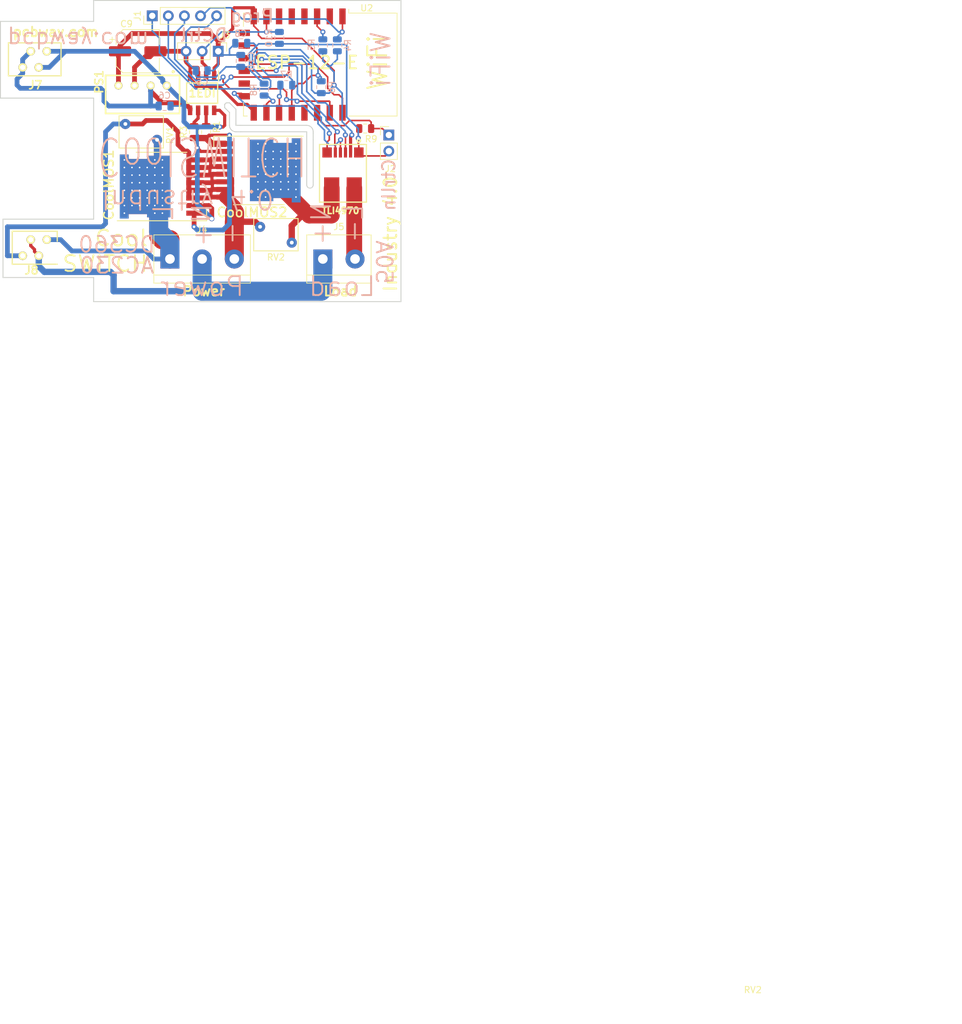
<source format=kicad_pcb>
(kicad_pcb (version 20171130) (host pcbnew 5.0.2-bee76a0~70~ubuntu18.04.1)

  (general
    (thickness 1.6)
    (drawings 59)
    (tracks 510)
    (zones 0)
    (modules 30)
    (nets 33)
  )

  (page A4)
  (layers
    (0 F.Cu signal)
    (31 B.Cu signal)
    (32 B.Adhes user)
    (33 F.Adhes user)
    (34 B.Paste user)
    (35 F.Paste user)
    (36 B.SilkS user)
    (37 F.SilkS user)
    (38 B.Mask user)
    (39 F.Mask user)
    (40 Dwgs.User user)
    (41 Cmts.User user)
    (42 Eco1.User user)
    (43 Eco2.User user hide)
    (44 Edge.Cuts user)
    (45 Margin user hide)
    (46 B.CrtYd user hide)
    (47 F.CrtYd user hide)
    (48 B.Fab user hide)
    (49 F.Fab user hide)
  )

  (setup
    (last_trace_width 0.25)
    (user_trace_width 0.25)
    (user_trace_width 0.5)
    (user_trace_width 0.75)
    (user_trace_width 1)
    (user_trace_width 1.5)
    (user_trace_width 2)
    (user_trace_width 2.5)
    (user_trace_width 3)
    (trace_clearance 0.2)
    (zone_clearance 0.508)
    (zone_45_only no)
    (trace_min 0.2)
    (segment_width 0.2)
    (edge_width 0.15)
    (via_size 0.8)
    (via_drill 0.4)
    (via_min_size 0.4)
    (via_min_drill 0.3)
    (uvia_size 0.3)
    (uvia_drill 0.1)
    (uvias_allowed no)
    (uvia_min_size 0.2)
    (uvia_min_drill 0.1)
    (pcb_text_width 0.3)
    (pcb_text_size 1.5 1.5)
    (mod_edge_width 0.15)
    (mod_text_size 1 1)
    (mod_text_width 0.15)
    (pad_size 1.55 1.55)
    (pad_drill 1.55)
    (pad_to_mask_clearance 0.051)
    (solder_mask_min_width 0.25)
    (aux_axis_origin 0 0)
    (visible_elements FFFFFF7F)
    (pcbplotparams
      (layerselection 0x010fc_ffffffff)
      (usegerberextensions false)
      (usegerberattributes false)
      (usegerberadvancedattributes false)
      (creategerberjobfile false)
      (excludeedgelayer true)
      (linewidth 0.100000)
      (plotframeref false)
      (viasonmask false)
      (mode 1)
      (useauxorigin false)
      (hpglpennumber 1)
      (hpglpenspeed 20)
      (hpglpendiameter 15.000000)
      (psnegative false)
      (psa4output false)
      (plotreference true)
      (plotvalue true)
      (plotinvisibletext false)
      (padsonsilk false)
      (subtractmaskfromsilk false)
      (outputformat 1)
      (mirror false)
      (drillshape 0)
      (scaleselection 1)
      (outputdirectory "gerber/"))
  )

  (net 0 "")
  (net 1 3.3V)
  (net 2 Mosfet_En)
  (net 3 "GND(logic)")
  (net 4 12V)
  (net 5 "Net-(IC2-Pad6)")
  (net 6 "Net-(IC2-Pad7)")
  (net 7 GND)
  (net 8 CRNT_DOUT)
  (net 9 CRNT_SCLK)
  (net 10 CRNT_CS)
  (net 11 CRNT_OCD)
  (net 12 "Net-(IC3-Pad7)")
  (net 13 Load)
  (net 14 ESP_GPIO0)
  (net 15 ESP_TX)
  (net 16 ESP_RX)
  (net 17 ESP_RST)
  (net 18 CTRL_IN)
  (net 19 AC_IN_L)
  (net 20 AC_IN_N)
  (net 21 DC_IN_-)
  (net 22 "Net-(Q1-Pad1)")
  (net 23 "Net-(R5-Pad2)")
  (net 24 "Net-(R7-Pad2)")
  (net 25 "Net-(R8-Pad1)")
  (net 26 "Net-(U2-Pad2)")
  (net 27 "Net-(U2-Pad4)")
  (net 28 "Net-(U2-Pad5)")
  (net 29 "Net-(U2-Pad6)")
  (net 30 "Net-(U2-Pad9)")
  (net 31 "Net-(U2-Pad13)")
  (net 32 "Net-(U2-Pad19)")

  (net_class Default "This is the default net class."
    (clearance 0.2)
    (trace_width 0.25)
    (via_dia 0.8)
    (via_drill 0.4)
    (uvia_dia 0.3)
    (uvia_drill 0.1)
    (add_net 3.3V)
    (add_net CRNT_CS)
    (add_net CRNT_DOUT)
    (add_net CRNT_OCD)
    (add_net CRNT_SCLK)
    (add_net CTRL_IN)
    (add_net ESP_GPIO0)
    (add_net ESP_RST)
    (add_net ESP_RX)
    (add_net ESP_TX)
    (add_net "GND(logic)")
    (add_net Mosfet_En)
    (add_net "Net-(IC2-Pad6)")
    (add_net "Net-(IC2-Pad7)")
    (add_net "Net-(IC3-Pad7)")
    (add_net "Net-(Q1-Pad1)")
    (add_net "Net-(R5-Pad2)")
    (add_net "Net-(R7-Pad2)")
    (add_net "Net-(R8-Pad1)")
    (add_net "Net-(U2-Pad13)")
    (add_net "Net-(U2-Pad19)")
    (add_net "Net-(U2-Pad2)")
    (add_net "Net-(U2-Pad4)")
    (add_net "Net-(U2-Pad5)")
    (add_net "Net-(U2-Pad6)")
    (add_net "Net-(U2-Pad9)")
  )

  (net_class 12V ""
    (clearance 0.4)
    (trace_width 0.5)
    (via_dia 0.8)
    (via_drill 0.4)
    (uvia_dia 0.3)
    (uvia_drill 0.1)
    (add_net 12V)
    (add_net GND)
  )

  (net_class Power ""
    (clearance 0.75)
    (trace_width 1)
    (via_dia 0.8)
    (via_drill 0.6)
    (uvia_dia 0.3)
    (uvia_drill 0.1)
    (add_net AC_IN_L)
    (add_net AC_IN_N)
    (add_net DC_IN_-)
    (add_net Load)
  )

  (module CoolMosFootprintLib:ESP-12E_2 (layer F.Cu) (tedit 5C2792F5) (tstamp 5C2DD83C)
    (at 90.869548 107.907619 270)
    (descr "Wi-Fi Module, http://wiki.ai-thinker.com/_media/esp8266/docs/aithinker_esp_12f_datasheet_en.pdf")
    (tags "Wi-Fi Module")
    (path /5C1584CF)
    (attr smd)
    (fp_text reference U2 (at -8.907619 -7.330452) (layer F.SilkS)
      (effects (font (size 1 1) (thickness 0.15)))
    )
    (fp_text value ESP-12E_2 (at -0.06 -12.78 270) (layer F.Fab)
      (effects (font (size 1 1) (thickness 0.15)))
    )
    (fp_line (start 5.56 -4.8) (end 8.12 -7.36) (layer Dwgs.User) (width 0.12))
    (fp_line (start 2.56 -4.8) (end 8.12 -10.36) (layer Dwgs.User) (width 0.12))
    (fp_line (start -0.44 -4.8) (end 6.88 -12.12) (layer Dwgs.User) (width 0.12))
    (fp_line (start -3.44 -4.8) (end 3.88 -12.12) (layer Dwgs.User) (width 0.12))
    (fp_line (start -6.44 -4.8) (end 0.88 -12.12) (layer Dwgs.User) (width 0.12))
    (fp_line (start -8.12 -6.12) (end -2.12 -12.12) (layer Dwgs.User) (width 0.12))
    (fp_line (start -8.12 -9.12) (end -5.12 -12.12) (layer Dwgs.User) (width 0.12))
    (fp_line (start -8.12 -4.8) (end -8.12 -12.12) (layer Dwgs.User) (width 0.12))
    (fp_line (start 8.12 -4.8) (end -8.12 -4.8) (layer Dwgs.User) (width 0.12))
    (fp_line (start 8.12 -12.12) (end 8.12 -4.8) (layer Dwgs.User) (width 0.12))
    (fp_line (start -8.12 -12.12) (end 8.12 -12.12) (layer Dwgs.User) (width 0.12))
    (fp_line (start -8.12 -4.5) (end -8.73 -4.5) (layer F.SilkS) (width 0.12))
    (fp_line (start -8.12 -4.5) (end -8.12 -12.12) (layer F.SilkS) (width 0.12))
    (fp_line (start -8.12 12.12) (end -8.12 11.5) (layer F.SilkS) (width 0.12))
    (fp_line (start -6 12.12) (end -8.12 12.12) (layer F.SilkS) (width 0.12))
    (fp_line (start 8.12 12.12) (end 6 12.12) (layer F.SilkS) (width 0.12))
    (fp_line (start 8.12 11.5) (end 8.12 12.12) (layer F.SilkS) (width 0.12))
    (fp_line (start 8.12 -12.12) (end 8.12 -4.5) (layer F.SilkS) (width 0.12))
    (fp_line (start -8.12 -12.12) (end 8.12 -12.12) (layer F.SilkS) (width 0.12))
    (fp_line (start -9.05 13.1) (end -9.05 -12.2) (layer F.CrtYd) (width 0.05))
    (fp_line (start 9.05 13.1) (end -9.05 13.1) (layer F.CrtYd) (width 0.05))
    (fp_line (start 9.05 -12.2) (end 9.05 13.1) (layer F.CrtYd) (width 0.05))
    (fp_line (start -9.05 -12.2) (end 9.05 -12.2) (layer F.CrtYd) (width 0.05))
    (fp_line (start -8 -4) (end -8 -12) (layer F.Fab) (width 0.12))
    (fp_line (start -7.5 -3.5) (end -8 -4) (layer F.Fab) (width 0.12))
    (fp_line (start -8 -3) (end -7.5 -3.5) (layer F.Fab) (width 0.12))
    (fp_line (start -8 12) (end -8 -3) (layer F.Fab) (width 0.12))
    (fp_line (start 8 12) (end -8 12) (layer F.Fab) (width 0.12))
    (fp_line (start 8 -12) (end 8 12) (layer F.Fab) (width 0.12))
    (fp_line (start -8 -12) (end 8 -12) (layer F.Fab) (width 0.12))
    (fp_text user %R (at 0.49 -0.8 270) (layer F.Fab)
      (effects (font (size 1 1) (thickness 0.15)))
    )
    (fp_text user "KEEP-OUT ZONE" (at 0.03 -9.55 90) (layer Cmts.User)
      (effects (font (size 1 1) (thickness 0.15)))
    )
    (fp_text user Antenna (at -0.06 -7 90) (layer Cmts.User)
      (effects (font (size 1 1) (thickness 0.15)))
    )
    (pad 22 smd rect (at 7.6 -3.5 270) (size 2.5 1) (layers F.Cu F.Paste F.Mask)
      (net 15 ESP_TX))
    (pad 21 smd rect (at 7.6 -1.5 270) (size 2.5 1) (layers F.Cu F.Paste F.Mask)
      (net 16 ESP_RX))
    (pad 20 smd rect (at 7.6 0.5 270) (size 2.5 1) (layers F.Cu F.Paste F.Mask)
      (net 18 CTRL_IN))
    (pad 19 smd rect (at 7.6 2.5 270) (size 2.5 1) (layers F.Cu F.Paste F.Mask)
      (net 32 "Net-(U2-Pad19)"))
    (pad 18 smd rect (at 7.6 4.5 270) (size 2.5 1) (layers F.Cu F.Paste F.Mask)
      (net 14 ESP_GPIO0))
    (pad 17 smd rect (at 7.6 6.5 270) (size 2.5 1) (layers F.Cu F.Paste F.Mask)
      (net 24 "Net-(R7-Pad2)"))
    (pad 16 smd rect (at 7.6 8.5 270) (size 2.5 1) (layers F.Cu F.Paste F.Mask)
      (net 25 "Net-(R8-Pad1)"))
    (pad 15 smd rect (at 7.6 10.5 270) (size 2.5 1) (layers F.Cu F.Paste F.Mask)
      (net 3 "GND(logic)"))
    (pad 14 smd rect (at 5 12 270) (size 1 1.8) (layers F.Cu F.Paste F.Mask)
      (net 9 CRNT_SCLK))
    (pad 13 smd rect (at 3 12 270) (size 1 1.8) (layers F.Cu F.Paste F.Mask)
      (net 31 "Net-(U2-Pad13)"))
    (pad 12 smd rect (at 1 12 270) (size 1 1.8) (layers F.Cu F.Paste F.Mask)
      (net 11 CRNT_OCD))
    (pad 11 smd rect (at -1 12 270) (size 1 1.8) (layers F.Cu F.Paste F.Mask)
      (net 10 CRNT_CS))
    (pad 10 smd rect (at -3 12 270) (size 1 1.8) (layers F.Cu F.Paste F.Mask)
      (net 8 CRNT_DOUT))
    (pad 9 smd rect (at -5 12 270) (size 1 1.8) (layers F.Cu F.Paste F.Mask)
      (net 30 "Net-(U2-Pad9)"))
    (pad 8 smd rect (at -7.6 10.5 270) (size 2.5 1) (layers F.Cu F.Paste F.Mask)
      (net 1 3.3V))
    (pad 7 smd rect (at -7.6 8.5 270) (size 2.5 1) (layers F.Cu F.Paste F.Mask)
      (net 2 Mosfet_En))
    (pad 6 smd rect (at -7.6 6.5 270) (size 2.5 1) (layers F.Cu F.Paste F.Mask)
      (net 29 "Net-(U2-Pad6)"))
    (pad 5 smd rect (at -7.6 4.5 270) (size 2.5 1) (layers F.Cu F.Paste F.Mask)
      (net 28 "Net-(U2-Pad5)"))
    (pad 4 smd rect (at -7.6 2.5 270) (size 2.5 1) (layers F.Cu F.Paste F.Mask)
      (net 27 "Net-(U2-Pad4)"))
    (pad 3 smd rect (at -7.6 0.5 270) (size 2.5 1) (layers F.Cu F.Paste F.Mask)
      (net 23 "Net-(R5-Pad2)"))
    (pad 2 smd rect (at -7.6 -1.5 270) (size 2.5 1) (layers F.Cu F.Paste F.Mask)
      (net 26 "Net-(U2-Pad2)"))
    (pad 1 smd rect (at -7.6 -3.5 270) (size 2.5 1) (layers F.Cu F.Paste F.Mask)
      (net 17 ESP_RST))
    (model /home/bluetiger/dev/KiCAD/libs/STEP_Wi-Fi_ESP-12-E.STEP
      (offset (xyz 0 0.15 0.5))
      (scale (xyz 1 1 1))
      (rotate (xyz 180 0 -90))
    )
  )

  (module CoolMosFootprintLib:MicroMatch-7-215079-4_1 (layer F.Cu) (tedit 5C278806) (tstamp 5C471A87)
    (at 45.808 136.8)
    (descr 7-215079-4)
    (tags Connector)
    (path /5C40C07A)
    (fp_text reference J8 (at -0.508 3.556) (layer F.SilkS)
      (effects (font (size 1.27 1.27) (thickness 0.254)))
    )
    (fp_text value PS_IN (at 0.077 -0.104) (layer F.SilkS) hide
      (effects (font (size 1.27 1.27) (thickness 0.254)))
    )
    (fp_line (start 3.55 -2.6) (end 3.55 -1.025) (layer F.SilkS) (width 0.2))
    (fp_line (start -3.55 -2.6) (end 3.55 -2.6) (layer F.SilkS) (width 0.2))
    (fp_line (start -3.55 2.6) (end -3.55 -2.6) (layer F.SilkS) (width 0.2))
    (fp_line (start 3.55 2.6) (end -3.55 2.6) (layer F.SilkS) (width 0.2))
    (fp_line (start -3.55 2.6) (end -3.55 -2.6) (layer Dwgs.User) (width 0.2))
    (fp_line (start 3.55 2.6) (end -3.55 2.6) (layer Dwgs.User) (width 0.2))
    (fp_line (start 3.55 -2.6) (end 3.55 2.6) (layer Dwgs.User) (width 0.2))
    (fp_line (start -3.55 -2.6) (end 3.55 -2.6) (layer Dwgs.User) (width 0.2))
    (pad "" np_thru_hole circle (at 3.305 0.53 90) (size 1.55 1.55) (drill 1.55) (layers *.Cu *.Mask))
    (pad 4 thru_hole circle (at 1.905 -1.27 90) (size 1.35 1.35) (drill 0.85) (layers *.Cu *.Mask F.SilkS)
      (net 19 AC_IN_L))
    (pad 3 thru_hole circle (at 0.635 1.27 90) (size 1.35 1.35) (drill 0.85) (layers *.Cu *.Mask F.SilkS)
      (net 20 AC_IN_N))
    (pad 2 thru_hole circle (at -0.635 -1.27 90) (size 1.35 1.35) (drill 0.85) (layers *.Cu *.Mask F.SilkS)
      (net 20 AC_IN_N))
    (pad 1 thru_hole circle (at -1.905 1.27 90) (size 1.35 1.35) (drill 0.85) (layers *.Cu *.Mask F.SilkS)
      (net 21 DC_IN_-))
    (model /home/bluetiger/dev/KiCAD/libs/c-215079-4-t-3d-color.stp
      (offset (xyz 0 0 3.7))
      (scale (xyz 1 1 1))
      (rotate (xyz 0 0 0))
    )
  )

  (module CoolMosFootprintLib:TerminalBlock_bornier-3_P5.08mm (layer F.Cu) (tedit 5C266020) (tstamp 5C475168)
    (at 67.144 138.578)
    (descr "simple 3-pin terminal block, pitch 5.08mm, revamped version of bornier3")
    (tags "terminal block bornier3")
    (path /5C271F8B)
    (fp_text reference J4 (at 5.05 -4.65) (layer F.SilkS)
      (effects (font (size 1 1) (thickness 0.15)))
    )
    (fp_text value POWER (at 5.08 5.08) (layer F.Fab)
      (effects (font (size 1 1) (thickness 0.15)))
    )
    (fp_line (start 12.88 4) (end -2.72 4) (layer F.CrtYd) (width 0.05))
    (fp_line (start 12.88 4) (end 12.88 -4) (layer F.CrtYd) (width 0.05))
    (fp_line (start -2.72 -4) (end -2.72 4) (layer F.CrtYd) (width 0.05))
    (fp_line (start -2.72 -4) (end 12.88 -4) (layer F.CrtYd) (width 0.05))
    (fp_line (start -2.54 3.81) (end 12.7 3.81) (layer F.SilkS) (width 0.12))
    (fp_line (start -2.54 -3.81) (end 12.7 -3.81) (layer F.SilkS) (width 0.12))
    (fp_line (start -2.54 2.54) (end 12.7 2.54) (layer F.SilkS) (width 0.12))
    (fp_line (start 12.7 3.81) (end 12.7 -3.81) (layer F.SilkS) (width 0.12))
    (fp_line (start -2.54 3.81) (end -2.54 -3.81) (layer F.SilkS) (width 0.12))
    (fp_line (start -2.47 3.75) (end -2.47 -3.75) (layer F.Fab) (width 0.1))
    (fp_line (start 12.63 3.75) (end -2.47 3.75) (layer F.Fab) (width 0.1))
    (fp_line (start 12.63 -3.75) (end 12.63 3.75) (layer F.Fab) (width 0.1))
    (fp_line (start -2.47 -3.75) (end 12.63 -3.75) (layer F.Fab) (width 0.1))
    (fp_line (start -2.47 2.55) (end 12.63 2.55) (layer F.Fab) (width 0.1))
    (fp_text user %R (at 5.08 0) (layer F.Fab)
      (effects (font (size 1 1) (thickness 0.15)))
    )
    (pad 3 thru_hole circle (at 10.16 0) (size 3 3) (drill 1.52) (layers *.Cu *.Mask)
      (net 21 DC_IN_-))
    (pad 2 thru_hole circle (at 5.08 0) (size 3 3) (drill 1.52) (layers *.Cu *.Mask)
      (net 20 AC_IN_N))
    (pad 1 thru_hole rect (at 0 0) (size 3 3) (drill 1.52) (layers *.Cu *.Mask)
      (net 19 AC_IN_L))
    (model "/home/bluetiger/dev/KiCAD/libs/LL 5.00_03_90 3.2 OR 1934280000.stp"
      (offset (xyz -2.5 5.5 0))
      (scale (xyz 1 1 1))
      (rotate (xyz -90 0 0))
    )
  )

  (module CoolMosFootprintLib:TerminalBlock_bornier-2_P5.08mm (layer F.Cu) (tedit 5C26606F) (tstamp 5C3B2119)
    (at 91.274 138.578)
    (descr "simple 2-pin terminal block, pitch 5.08mm, revamped version of bornier2")
    (tags "terminal block bornier2")
    (path /5C2B916E)
    (fp_text reference J5 (at 2.54 -5.08) (layer F.SilkS)
      (effects (font (size 1 1) (thickness 0.15)))
    )
    (fp_text value LOAD (at 2.54 5.08) (layer F.Fab)
      (effects (font (size 1 1) (thickness 0.15)))
    )
    (fp_line (start 7.79 4) (end -2.71 4) (layer F.CrtYd) (width 0.05))
    (fp_line (start 7.79 4) (end 7.79 -4) (layer F.CrtYd) (width 0.05))
    (fp_line (start -2.71 -4) (end -2.71 4) (layer F.CrtYd) (width 0.05))
    (fp_line (start -2.71 -4) (end 7.79 -4) (layer F.CrtYd) (width 0.05))
    (fp_line (start -2.54 3.81) (end 7.62 3.81) (layer F.SilkS) (width 0.12))
    (fp_line (start -2.54 -3.81) (end -2.54 3.81) (layer F.SilkS) (width 0.12))
    (fp_line (start 7.62 -3.81) (end -2.54 -3.81) (layer F.SilkS) (width 0.12))
    (fp_line (start 7.62 3.81) (end 7.62 -3.81) (layer F.SilkS) (width 0.12))
    (fp_line (start 7.62 2.54) (end -2.54 2.54) (layer F.SilkS) (width 0.12))
    (fp_line (start 7.54 -3.75) (end -2.46 -3.75) (layer F.Fab) (width 0.1))
    (fp_line (start 7.54 3.75) (end 7.54 -3.75) (layer F.Fab) (width 0.1))
    (fp_line (start -2.46 3.75) (end 7.54 3.75) (layer F.Fab) (width 0.1))
    (fp_line (start -2.46 -3.75) (end -2.46 3.75) (layer F.Fab) (width 0.1))
    (fp_line (start -2.41 2.55) (end 7.49 2.55) (layer F.Fab) (width 0.1))
    (fp_text user %R (at 2.54 0) (layer F.Fab)
      (effects (font (size 1 1) (thickness 0.15)))
    )
    (pad 2 thru_hole circle (at 5.08 0) (size 3 3) (drill 1.52) (layers *.Cu *.Mask)
      (net 13 Load))
    (pad 1 thru_hole rect (at 0 0) (size 3 3) (drill 1.52) (layers *.Cu *.Mask)
      (net 20 AC_IN_N))
    (model "/home/bluetiger/dev/KiCAD/libs/LL 5.00_02_90 3.2 OR 1934270000.stp"
      (offset (xyz -2.5 5.5 0))
      (scale (xyz 1 1 1))
      (rotate (xyz -90 0 0))
    )
  )

  (module CoolMosFootprintLib:IE1224S-H (layer F.Cu) (tedit 5C265C19) (tstamp 5C3B5B6E)
    (at 68.668 109.622 180)
    (descr IE1224S-H)
    (tags "Power Supply")
    (path /5C15093F)
    (fp_text reference PS1 (at 12.7 -1.016 270) (layer F.SilkS)
      (effects (font (size 1.27 1.27) (thickness 0.254)))
    )
    (fp_text value IE1203S (at 5.58333 -1.61567 180) (layer F.SilkS) hide
      (effects (font (size 1.27 1.27) (thickness 0.254)))
    )
    (fp_circle (center 1.003335 0.58533) (end 0.87 0.58533) (layer F.SilkS) (width 0.254))
    (fp_line (start 0 -6) (end 0 0) (layer F.SilkS) (width 0.254))
    (fp_line (start 11.68 -6) (end 0 -6) (layer F.SilkS) (width 0.254))
    (fp_line (start 11.68 0) (end 11.68 -6) (layer F.SilkS) (width 0.254))
    (fp_line (start 0 0) (end 11.68 0) (layer F.SilkS) (width 0.254))
    (fp_line (start 0 0) (end 0 -6) (layer Dwgs.User) (width 0.254))
    (fp_line (start 11.68 0) (end 0 0) (layer Dwgs.User) (width 0.254))
    (fp_line (start 11.68 -6) (end 11.68 0) (layer Dwgs.User) (width 0.254))
    (fp_line (start 0 -6) (end 11.68 -6) (layer Dwgs.User) (width 0.254))
    (pad 4 thru_hole circle (at 9.65 -1.6 270) (size 1.26 1.26) (drill 0.76) (layers *.Cu *.Mask F.SilkS)
      (net 1 3.3V))
    (pad 3 thru_hole circle (at 7.11 -1.6 270) (size 1.26 1.26) (drill 0.76) (layers *.Cu *.Mask F.SilkS)
      (net 3 "GND(logic)"))
    (pad 2 thru_hole circle (at 4.57 -1.6 270) (size 1.26 1.26) (drill 0.76) (layers *.Cu *.Mask F.SilkS)
      (net 4 12V))
    (pad 1 thru_hole circle (at 2.03 -1.6 270) (size 1.26 1.26) (drill 0.76) (layers *.Cu *.Mask F.SilkS)
      (net 7 GND))
    (model /home/bluetiger/dev/KiCAD/libs/ie_s.stp
      (offset (xyz 26.55 1.65 -4.5))
      (scale (xyz 1 1 1))
      (rotate (xyz -90 0 0))
    )
  )

  (module CoolMosFootprintLib:PG-TISON-8-1 (layer F.Cu) (tedit 5C254DCE) (tstamp 5C2E04D1)
    (at 94.449 124.608 270)
    (descr PG-TISON-8-1-1)
    (tags "Integrated Circuit")
    (path /5C18AAE4)
    (attr smd)
    (fp_text reference TLI4970 (at 6.35 0.381 180) (layer F.SilkS)
      (effects (font (size 1 1) (thickness 0.25)))
    )
    (fp_text value TLI4970D050T4XUMA1 (at -3.81 -4.445 270) (layer F.SilkS) hide
      (effects (font (size 1.27 1.27) (thickness 0.254)))
    )
    (fp_circle (center -4.7 -2.5) (end -4.825 -2.5) (layer F.SilkS) (width 0.254))
    (fp_line (start -4.1 3.7) (end 5 3.7) (layer F.SilkS) (width 0.2))
    (fp_line (start -4.1 -3.7) (end 5 -3.7) (layer F.SilkS) (width 0.2))
    (fp_line (start 5 3.7) (end 5 -3.7) (layer F.SilkS) (width 0.2))
    (fp_line (start -4.1 3.7) (end -4.1 -3.7) (layer F.SilkS) (width 0.2))
    (fp_line (start -4.5 4.1) (end -4.5 -4.1) (layer Dwgs.User) (width 0.1))
    (fp_line (start -4.5 -4.1) (end 5.4 -4.1) (layer Dwgs.User) (width 0.1))
    (fp_line (start 5.44 4.1) (end 5.44 -4.1) (layer Dwgs.User) (width 0.1))
    (fp_line (start -4.5 4.1) (end 5.4 4.1) (layer Dwgs.User) (width 0.1))
    (fp_line (start -2.985 -3.5) (end 4.015 -3.5) (layer Dwgs.User) (width 0.1))
    (fp_line (start 4.015 3.5) (end 4.015 -3.5) (layer Dwgs.User) (width 0.1))
    (fp_line (start -2.985 3.5) (end -2.985 -3.5) (layer Dwgs.User) (width 0.1))
    (fp_line (start -2.985 3.5) (end 4.015 3.5) (layer Dwgs.User) (width 0.1))
    (pad 8 smd rect (at 2.835 -1.78) (size 2.4 3.48) (layers F.Cu F.Paste F.Mask)
      (net 13 Load))
    (pad 7 smd rect (at 2.835 1.78) (size 2.4 3.48) (layers F.Cu F.Paste F.Mask)
      (net 12 "Net-(IC3-Pad7)"))
    (pad 6 smd rect (at -2.835 2.5) (size 1.5 1.6) (layers F.Cu F.Paste F.Mask)
      (net 11 CRNT_OCD))
    (pad 5 smd rect (at -2.835 1.2) (size 0.5 1.6) (layers F.Cu F.Paste F.Mask)
      (net 10 CRNT_CS))
    (pad 4 smd rect (at -2.835 0.4) (size 0.5 1.6) (layers F.Cu F.Paste F.Mask)
      (net 9 CRNT_SCLK))
    (pad 3 smd rect (at -2.835 -0.4) (size 0.5 1.6) (layers F.Cu F.Paste F.Mask)
      (net 8 CRNT_DOUT))
    (pad 2 smd rect (at -2.835 -1.2) (size 0.5 1.6) (layers F.Cu F.Paste F.Mask)
      (net 1 3.3V))
    (pad 1 smd rect (at -2.835 -2.5) (size 1.5 1.6) (layers F.Cu F.Paste F.Mask)
      (net 3 "GND(logic)"))
    (model /home/bluetiger/dev/KiCAD/libs/PG-TISON-8-1.stp
      (offset (xyz 0.55 13.6 3.3))
      (scale (xyz 1 1 1))
      (rotate (xyz -90 0 -90))
    )
  )

  (module CoolMosFootprintLib:SOIC127P600X175-8N (layer F.Cu) (tedit 5C25341C) (tstamp 5C4748FC)
    (at 72.224 112.416 270)
    (descr PG-DSO-8_2)
    (tags "Integrated Circuit")
    (path /5C161801)
    (attr smd)
    (fp_text reference 1EDI (at 0 0) (layer F.SilkS)
      (effects (font (size 1.27 1.27) (thickness 0.254)))
    )
    (fp_text value 1EDI20I12MFXUMA1 (at 0 0 270) (layer F.SilkS) hide
      (effects (font (size 1.27 1.27) (thickness 0.254)))
    )
    (fp_line (start -3.475 -2.605) (end -1.95 -2.605) (layer F.SilkS) (width 0.2))
    (fp_line (start -1.6 2.45) (end -1.6 -2.45) (layer F.SilkS) (width 0.2))
    (fp_line (start 1.6 2.45) (end -1.6 2.45) (layer F.SilkS) (width 0.2))
    (fp_line (start 1.6 -2.45) (end 1.6 2.45) (layer F.SilkS) (width 0.2))
    (fp_line (start -1.6 -2.45) (end 1.6 -2.45) (layer F.SilkS) (width 0.2))
    (fp_line (start -1.95 -1.18) (end -0.68 -2.45) (layer Dwgs.User) (width 0.1))
    (fp_line (start -1.95 2.45) (end -1.95 -2.45) (layer Dwgs.User) (width 0.1))
    (fp_line (start 1.95 2.45) (end -1.95 2.45) (layer Dwgs.User) (width 0.1))
    (fp_line (start 1.95 -2.45) (end 1.95 2.45) (layer Dwgs.User) (width 0.1))
    (fp_line (start -1.95 -2.45) (end 1.95 -2.45) (layer Dwgs.User) (width 0.1))
    (fp_line (start -3.725 2.75) (end -3.725 -2.75) (layer Dwgs.User) (width 0.05))
    (fp_line (start 3.725 2.75) (end -3.725 2.75) (layer Dwgs.User) (width 0.05))
    (fp_line (start 3.725 -2.75) (end 3.725 2.75) (layer Dwgs.User) (width 0.05))
    (fp_line (start -3.725 -2.75) (end 3.725 -2.75) (layer Dwgs.User) (width 0.05))
    (pad 8 smd rect (at 2.712 -1.905) (size 0.7 1.525) (layers F.Cu F.Paste F.Mask)
      (net 7 GND))
    (pad 7 smd rect (at 2.712 -0.635) (size 0.7 1.525) (layers F.Cu F.Paste F.Mask)
      (net 6 "Net-(IC2-Pad7)"))
    (pad 6 smd rect (at 2.712 0.635) (size 0.7 1.525) (layers F.Cu F.Paste F.Mask)
      (net 5 "Net-(IC2-Pad6)"))
    (pad 5 smd rect (at 2.712 1.905) (size 0.7 1.525) (layers F.Cu F.Paste F.Mask)
      (net 4 12V))
    (pad 4 smd rect (at -2.712 1.905) (size 0.7 1.525) (layers F.Cu F.Paste F.Mask)
      (net 3 "GND(logic)"))
    (pad 3 smd rect (at -2.712 0.635) (size 0.7 1.525) (layers F.Cu F.Paste F.Mask)
      (net 3 "GND(logic)"))
    (pad 2 smd rect (at -2.712 -0.635) (size 0.7 1.525) (layers F.Cu F.Paste F.Mask)
      (net 2 Mosfet_En))
    (pad 1 smd rect (at -2.712 -1.905) (size 0.7 1.525) (layers F.Cu F.Paste F.Mask)
      (net 1 3.3V))
    (model /home/bluetiger/dev/KiCAD/libs/1EDI60N12AF.stp
      (at (xyz 0 0 0))
      (scale (xyz 1 1 1))
      (rotate (xyz 0 0 0))
    )
  )

  (module CoolMosFootprintLib:MicroMatch-215464-4 (layer F.Cu) (tedit 5C25EE18) (tstamp 5C2DD693)
    (at 45.808 107.082 180)
    (descr 215464-4)
    (tags Connector)
    (path /5C46DD35)
    (fp_text reference J7 (at -0.096 -4.063 180) (layer F.SilkS)
      (effects (font (size 1.27 1.27) (thickness 0.254)))
    )
    (fp_text value PS_OUT (at -0.096 -4.063 180) (layer F.SilkS) hide
      (effects (font (size 1.27 1.27) (thickness 0.254)))
    )
    (fp_line (start 4.15 2.6) (end -4.15 2.6) (layer F.SilkS) (width 0.2))
    (fp_line (start 4.15 -2.6) (end 4.15 2.6) (layer F.SilkS) (width 0.2))
    (fp_line (start -4.15 -2.6) (end 4.15 -2.6) (layer F.SilkS) (width 0.2))
    (fp_line (start -4.15 2.6) (end -4.15 -2.6) (layer F.SilkS) (width 0.2))
    (fp_line (start -4.15 2.6) (end -4.15 -2.6) (layer Dwgs.User) (width 0.2))
    (fp_line (start 4.15 2.6) (end -4.15 2.6) (layer Dwgs.User) (width 0.2))
    (fp_line (start 4.15 -2.6) (end 4.15 2.6) (layer Dwgs.User) (width 0.2))
    (fp_line (start -4.15 -2.6) (end 4.15 -2.6) (layer Dwgs.User) (width 0.2))
    (pad 4 thru_hole circle (at 1.905 -1.27 270) (size 1.35 1.35) (drill 0.85) (layers *.Cu *.Mask F.SilkS)
      (net 4 12V))
    (pad 3 thru_hole circle (at 0.635 1.27 270) (size 1.35 1.35) (drill 0.85) (layers *.Cu *.Mask F.SilkS)
      (net 4 12V))
    (pad 2 thru_hole circle (at -0.635 -1.27 270) (size 1.35 1.35) (drill 0.85) (layers *.Cu *.Mask F.SilkS)
      (net 7 GND))
    (pad 1 thru_hole circle (at -1.905 1.27 270) (size 1.35 1.35) (drill 0.85) (layers *.Cu *.Mask F.SilkS)
      (net 7 GND))
    (model /home/bluetiger/dev/KiCAD/libs/215464-4.stp
      (offset (xyz 21.25 -1.25 3.5))
      (scale (xyz 1 1 1))
      (rotate (xyz 0 0 0))
    )
  )

  (module "" (layer F.Cu) (tedit 0) (tstamp 0)
    (at 82.638 138.832)
    (fp_text reference "" (at 109.2985 120.142) (layer F.SilkS)
      (effects (font (size 1.27 1.27) (thickness 0.15)))
    )
    (fp_text value "" (at 109.2985 120.142) (layer F.SilkS)
      (effects (font (size 1.27 1.27) (thickness 0.15)))
    )
    (fp_text user RV2 (at 76.4925 115.036) (layer F.SilkS)
      (effects (font (size 1 1) (thickness 0.15)))
    )
  )

  (module Capacitor_SMD:C_0805_2012Metric (layer B.Cu) (tedit 5B36C52B) (tstamp 5C46434C)
    (at 78.3985 104.542)
    (descr "Capacitor SMD 0805 (2012 Metric), square (rectangular) end terminal, IPC_7351 nominal, (Body size source: https://docs.google.com/spreadsheets/d/1BsfQQcO9C6DZCsRaXUlFlo91Tg2WpOkGARC1WS5S8t0/edit?usp=sharing), generated with kicad-footprint-generator")
    (tags capacitor)
    (path /5C3C5BB3)
    (attr smd)
    (fp_text reference C8 (at -0.0785 -1.524 180) (layer B.SilkS)
      (effects (font (size 1 1) (thickness 0.15)) (justify mirror))
    )
    (fp_text value 100n (at 0 -1.65) (layer B.Fab)
      (effects (font (size 1 1) (thickness 0.15)) (justify mirror))
    )
    (fp_text user %R (at 0 0) (layer B.Fab)
      (effects (font (size 0.5 0.5) (thickness 0.08)) (justify mirror))
    )
    (fp_line (start 1.68 -0.95) (end -1.68 -0.95) (layer B.CrtYd) (width 0.05))
    (fp_line (start 1.68 0.95) (end 1.68 -0.95) (layer B.CrtYd) (width 0.05))
    (fp_line (start -1.68 0.95) (end 1.68 0.95) (layer B.CrtYd) (width 0.05))
    (fp_line (start -1.68 -0.95) (end -1.68 0.95) (layer B.CrtYd) (width 0.05))
    (fp_line (start -0.258578 -0.71) (end 0.258578 -0.71) (layer B.SilkS) (width 0.12))
    (fp_line (start -0.258578 0.71) (end 0.258578 0.71) (layer B.SilkS) (width 0.12))
    (fp_line (start 1 -0.6) (end -1 -0.6) (layer B.Fab) (width 0.1))
    (fp_line (start 1 0.6) (end 1 -0.6) (layer B.Fab) (width 0.1))
    (fp_line (start -1 0.6) (end 1 0.6) (layer B.Fab) (width 0.1))
    (fp_line (start -1 -0.6) (end -1 0.6) (layer B.Fab) (width 0.1))
    (pad 2 smd roundrect (at 0.9375 0) (size 0.975 1.4) (layers B.Cu B.Paste B.Mask) (roundrect_rratio 0.25)
      (net 3 "GND(logic)"))
    (pad 1 smd roundrect (at -0.9375 0) (size 0.975 1.4) (layers B.Cu B.Paste B.Mask) (roundrect_rratio 0.25)
      (net 1 3.3V))
    (model ${KISYS3DMOD}/Capacitor_SMD.3dshapes/C_0805_2012Metric.wrl
      (at (xyz 0 0 0))
      (scale (xyz 1 1 1))
      (rotate (xyz 0 0 0))
    )
  )

  (module CoolMosFootprintLib:Infineon_PG-HSOF-8-1_ThermalVias_fixed (layer F.Cu) (tedit 5C1AA483) (tstamp 5C3B78AD)
    (at 81.114 124.608)
    (descr "HSOF-8-1 power mosfet http://www.infineon.com/cms/en/product/packages/PG-HSOF/PG-HSOF-8-1/")
    (tags "mosfet hsof thermal vias")
    (path /5C0D4110)
    (attr smd)
    (fp_text reference CoolMOS2 (at -1.016 6.604 180) (layer F.SilkS)
      (effects (font (size 1.5 1.5) (thickness 0.25)))
    )
    (fp_text value IPT60R028G7 (at 0 6.25) (layer F.Fab)
      (effects (font (size 1 1) (thickness 0.15)))
    )
    (fp_line (start -5.25 -4) (end -5.25 -4) (layer F.Fab) (width 0.12))
    (fp_line (start -4.25 -5) (end -5.25 -4) (layer F.Fab) (width 0.12))
    (fp_text user %R (at 0 0) (layer F.Fab)
      (effects (font (size 1 1) (thickness 0.15)))
    )
    (fp_line (start 7.25 -5.6) (end 7.25 5.6) (layer F.CrtYd) (width 0.05))
    (fp_line (start -7.15 5.6) (end -7.15 -5.6) (layer F.CrtYd) (width 0.05))
    (fp_line (start -7.15 5.6) (end 7.25 5.6) (layer F.CrtYd) (width 0.05))
    (fp_line (start 7.25 -5.6) (end -7.15 -5.6) (layer F.CrtYd) (width 0.05))
    (fp_line (start -3.95 5.4) (end 4.05 5.4) (layer F.SilkS) (width 0.15))
    (fp_line (start 7.05 -5.4) (end -7.05 -5.4) (layer F.SilkS) (width 0.15))
    (fp_line (start -7.05 -5.4) (end -7.05 -3.7) (layer F.SilkS) (width 0.15))
    (fp_line (start 5.3 -5) (end 5.3 5) (layer F.Fab) (width 0.12))
    (fp_line (start 5.3 5) (end -5.25 5) (layer F.Fab) (width 0.12))
    (fp_line (start -5.25 5) (end -5.25 -4) (layer F.Fab) (width 0.12))
    (fp_line (start -4.25 -5) (end 5.3 -5) (layer F.Fab) (width 0.12))
    (pad 6 smd rect (at 5.95 0 270) (size 10.1 1.4) (layers B.Cu)
      (net 12 "Net-(IC3-Pad7)"))
    (pad 6 smd rect (at 3.8 0 270) (size 8.7 2.9) (layers B.Cu)
      (net 12 "Net-(IC3-Pad7)"))
    (pad 6 smd rect (at 0.5 0 270) (size 9.7 3.7) (layers B.Cu)
      (net 12 "Net-(IC3-Pad7)"))
    (pad 3 smd rect (at -4.25 1.2 270) (size 6.8 0.8) (layers F.Cu F.Mask)
      (net 21 DC_IN_-))
    (pad 6 thru_hole circle (at 5.92 4.2 270) (size 1 1) (drill 0.25) (layers *.Cu F.Paste)
      (net 12 "Net-(IC3-Pad7)"))
    (pad 6 thru_hole circle (at 5.92 3 270) (size 1 1) (drill 0.25) (layers *.Cu F.Paste)
      (net 12 "Net-(IC3-Pad7)"))
    (pad 6 thru_hole circle (at 5.92 1.8 270) (size 1 1) (drill 0.25) (layers *.Cu F.Paste)
      (net 12 "Net-(IC3-Pad7)"))
    (pad 6 thru_hole circle (at 5.92 0.6 270) (size 1 1) (drill 0.25) (layers *.Cu F.Paste)
      (net 12 "Net-(IC3-Pad7)"))
    (pad 6 thru_hole circle (at 5.92 -0.6 270) (size 1 1) (drill 0.25) (layers *.Cu F.Paste)
      (net 12 "Net-(IC3-Pad7)"))
    (pad 6 thru_hole circle (at 5.92 -1.8 270) (size 1 1) (drill 0.25) (layers *.Cu F.Paste)
      (net 12 "Net-(IC3-Pad7)"))
    (pad 6 thru_hole circle (at 5.92 -3 270) (size 1 1) (drill 0.25) (layers *.Cu F.Paste)
      (net 12 "Net-(IC3-Pad7)"))
    (pad 6 thru_hole circle (at 5.92 -4.2 270) (size 1 1) (drill 0.25) (layers *.Cu F.Paste)
      (net 12 "Net-(IC3-Pad7)"))
    (pad 6 thru_hole circle (at 4.72 3 270) (size 1 1) (drill 0.25) (layers *.Cu F.Paste)
      (net 12 "Net-(IC3-Pad7)"))
    (pad 6 thru_hole circle (at 4.72 1.8 270) (size 1 1) (drill 0.25) (layers *.Cu F.Paste)
      (net 12 "Net-(IC3-Pad7)"))
    (pad 6 thru_hole circle (at 4.72 0.6 270) (size 1 1) (drill 0.25) (layers *.Cu F.Paste)
      (net 12 "Net-(IC3-Pad7)"))
    (pad 6 thru_hole circle (at 4.72 -0.6 270) (size 1 1) (drill 0.25) (layers *.Cu F.Paste)
      (net 12 "Net-(IC3-Pad7)"))
    (pad 6 thru_hole circle (at 4.72 -1.8 270) (size 1 1) (drill 0.25) (layers *.Cu F.Paste)
      (net 12 "Net-(IC3-Pad7)"))
    (pad 6 thru_hole circle (at 4.72 -3 270) (size 1 1) (drill 0.25) (layers *.Cu F.Paste)
      (net 12 "Net-(IC3-Pad7)"))
    (pad 6 thru_hole circle (at 3.52 -3 270) (size 1 1) (drill 0.25) (layers *.Cu F.Paste)
      (net 12 "Net-(IC3-Pad7)"))
    (pad 6 thru_hole circle (at 3.52 -1.8 270) (size 1 1) (drill 0.25) (layers *.Cu F.Paste)
      (net 12 "Net-(IC3-Pad7)"))
    (pad 6 thru_hole circle (at 3.52 -0.6 270) (size 1 1) (drill 0.25) (layers *.Cu F.Paste)
      (net 12 "Net-(IC3-Pad7)"))
    (pad 6 thru_hole circle (at 3.52 1.8 270) (size 1 1) (drill 0.25) (layers *.Cu F.Paste)
      (net 12 "Net-(IC3-Pad7)"))
    (pad 6 thru_hole circle (at 3.52 0.6 270) (size 1 1) (drill 0.25) (layers *.Cu F.Paste)
      (net 12 "Net-(IC3-Pad7)"))
    (pad 6 thru_hole circle (at 3.52 3 270) (size 1 1) (drill 0.25) (layers *.Cu F.Paste)
      (net 12 "Net-(IC3-Pad7)"))
    (pad 6 thru_hole circle (at 2.32 3 270) (size 1 1) (drill 0.25) (layers *.Cu F.Paste)
      (net 12 "Net-(IC3-Pad7)"))
    (pad 6 thru_hole circle (at 2.32 1.8 270) (size 1 1) (drill 0.25) (layers *.Cu F.Paste)
      (net 12 "Net-(IC3-Pad7)"))
    (pad 6 thru_hole circle (at 2.32 0.6 270) (size 1 1) (drill 0.25) (layers *.Cu F.Paste)
      (net 12 "Net-(IC3-Pad7)"))
    (pad 6 thru_hole circle (at 2.32 -0.6 270) (size 1 1) (drill 0.25) (layers *.Cu F.Paste)
      (net 12 "Net-(IC3-Pad7)"))
    (pad 6 thru_hole circle (at 2.32 -1.8 270) (size 1 1) (drill 0.25) (layers *.Cu F.Paste)
      (net 12 "Net-(IC3-Pad7)"))
    (pad 6 thru_hole circle (at 2.32 -3 270) (size 1 1) (drill 0.25) (layers *.Cu F.Paste)
      (net 12 "Net-(IC3-Pad7)"))
    (pad 6 thru_hole circle (at 1.12 -4.2 270) (size 1 1) (drill 0.25) (layers *.Cu F.Paste)
      (net 12 "Net-(IC3-Pad7)"))
    (pad 6 thru_hole circle (at 1.12 -3 270) (size 1 1) (drill 0.25) (layers *.Cu F.Paste)
      (net 12 "Net-(IC3-Pad7)"))
    (pad 6 thru_hole circle (at 1.12 -1.8 270) (size 1 1) (drill 0.25) (layers *.Cu F.Paste)
      (net 12 "Net-(IC3-Pad7)"))
    (pad 6 thru_hole circle (at 1.12 -0.6 270) (size 1 1) (drill 0.25) (layers *.Cu F.Paste)
      (net 12 "Net-(IC3-Pad7)"))
    (pad 6 thru_hole circle (at 1.12 1.8 270) (size 1 1) (drill 0.25) (layers *.Cu F.Paste)
      (net 12 "Net-(IC3-Pad7)"))
    (pad 6 thru_hole circle (at 1.12 0.6 270) (size 1 1) (drill 0.25) (layers *.Cu F.Paste)
      (net 12 "Net-(IC3-Pad7)"))
    (pad 6 thru_hole circle (at 1.12 3 270) (size 1 1) (drill 0.25) (layers *.Cu F.Paste)
      (net 12 "Net-(IC3-Pad7)"))
    (pad 6 thru_hole circle (at 1.12 4.2 270) (size 1 1) (drill 0.25) (layers *.Cu F.Paste)
      (net 12 "Net-(IC3-Pad7)"))
    (pad 6 thru_hole circle (at -0.08 4.2 270) (size 1 1) (drill 0.25) (layers *.Cu F.Paste)
      (net 12 "Net-(IC3-Pad7)"))
    (pad 6 thru_hole circle (at -0.08 3 270) (size 1 1) (drill 0.25) (layers *.Cu F.Paste)
      (net 12 "Net-(IC3-Pad7)"))
    (pad 6 thru_hole circle (at -0.08 1.8 270) (size 1 1) (drill 0.25) (layers *.Cu F.Paste)
      (net 12 "Net-(IC3-Pad7)"))
    (pad 6 thru_hole circle (at -0.08 0.6 270) (size 1 1) (drill 0.25) (layers *.Cu F.Paste)
      (net 12 "Net-(IC3-Pad7)"))
    (pad 6 thru_hole circle (at -0.08 -0.6 270) (size 1 1) (drill 0.25) (layers *.Cu F.Paste)
      (net 12 "Net-(IC3-Pad7)"))
    (pad 6 thru_hole circle (at -0.08 -1.8 270) (size 1 1) (drill 0.25) (layers *.Cu F.Paste)
      (net 12 "Net-(IC3-Pad7)"))
    (pad 6 thru_hole circle (at -0.08 -3 270) (size 1 1) (drill 0.25) (layers *.Cu F.Paste)
      (net 12 "Net-(IC3-Pad7)"))
    (pad 6 thru_hole circle (at -0.08 -4.2 270) (size 1 1) (drill 0.25) (layers *.Cu F.Paste)
      (net 12 "Net-(IC3-Pad7)"))
    (pad 1 smd rect (at -5.25 -4.2 270) (size 0.8 2.8) (layers F.Cu F.Paste F.Mask)
      (net 22 "Net-(Q1-Pad1)") (solder_paste_margin -0.1))
    (pad 2 smd rect (at -5.25 -3 270) (size 0.8 2.8) (layers F.Cu F.Paste F.Mask)
      (net 7 GND) (solder_paste_margin -0.1))
    (pad 3 smd rect (at -5.25 -1.8 270) (size 0.8 2.8) (layers F.Cu F.Paste F.Mask)
      (net 21 DC_IN_-) (solder_paste_margin -0.1))
    (pad 3 smd rect (at -5.25 4.2 270) (size 0.8 2.8) (layers F.Cu F.Paste F.Mask)
      (net 21 DC_IN_-) (solder_paste_margin -0.1))
    (pad 3 smd rect (at -5.25 3 270) (size 0.8 2.8) (layers F.Cu F.Paste F.Mask)
      (net 21 DC_IN_-) (solder_paste_margin -0.1))
    (pad 3 smd rect (at -5.25 1.8 270) (size 0.8 2.8) (layers F.Cu F.Paste F.Mask)
      (net 21 DC_IN_-) (solder_paste_margin -0.1))
    (pad 3 smd rect (at -5.25 0.6 270) (size 0.8 2.8) (layers F.Cu F.Paste F.Mask)
      (net 21 DC_IN_-) (solder_paste_margin -0.1))
    (pad 3 smd rect (at -5.25 -0.6 270) (size 0.8 2.8) (layers F.Cu F.Paste F.Mask)
      (net 21 DC_IN_-) (solder_paste_margin -0.1))
    (pad 6 smd rect (at 0.5 0 270) (size 9.7 3.7) (layers F.Cu F.Mask)
      (net 12 "Net-(IC3-Pad7)"))
    (pad 6 smd rect (at 3.8 0 270) (size 8.7 2.9) (layers F.Cu F.Mask)
      (net 12 "Net-(IC3-Pad7)"))
    (pad 6 smd rect (at 5.95 0 270) (size 10.1 1.4) (layers F.Cu F.Mask)
      (net 12 "Net-(IC3-Pad7)"))
    (model ${KISYS3DMOD}/Package_TO_SOT_SMD.3dshapes/Infineon_PG-HSOF-8-1.wrl
      (at (xyz 0 0 0))
      (scale (xyz 1 1 1))
      (rotate (xyz 0 0 0))
    )
  )

  (module CoolMosFootprintLib:Infineon_PG-HSOF-8-1_ThermalVias_fixed (layer F.Cu) (tedit 5C1AA47A) (tstamp 5C3B4D51)
    (at 65.874 127.148 180)
    (descr "HSOF-8-1 power mosfet http://www.infineon.com/cms/en/product/packages/PG-HSOF/PG-HSOF-8-1/")
    (tags "mosfet hsof thermal vias")
    (path /5C0D59B3)
    (attr smd)
    (fp_text reference CoolMOS1 (at 8.382 0.254 270) (layer F.SilkS)
      (effects (font (size 1.5 1.5) (thickness 0.25)))
    )
    (fp_text value IPT60R028G7 (at 0 6.25 180) (layer F.Fab)
      (effects (font (size 1 1) (thickness 0.15)))
    )
    (fp_line (start -5.25 -4) (end -5.25 -4) (layer F.Fab) (width 0.12))
    (fp_line (start -4.25 -5) (end -5.25 -4) (layer F.Fab) (width 0.12))
    (fp_text user %R (at 0 0 180) (layer F.Fab)
      (effects (font (size 1 1) (thickness 0.15)))
    )
    (fp_line (start 7.25 -5.6) (end 7.25 5.6) (layer F.CrtYd) (width 0.05))
    (fp_line (start -7.15 5.6) (end -7.15 -5.6) (layer F.CrtYd) (width 0.05))
    (fp_line (start -7.15 5.6) (end 7.25 5.6) (layer F.CrtYd) (width 0.05))
    (fp_line (start 7.25 -5.6) (end -7.15 -5.6) (layer F.CrtYd) (width 0.05))
    (fp_line (start -3.95 5.4) (end 4.05 5.4) (layer F.SilkS) (width 0.15))
    (fp_line (start 7.05 -5.4) (end -7.05 -5.4) (layer F.SilkS) (width 0.15))
    (fp_line (start -7.05 -5.4) (end -7.05 -3.7) (layer F.SilkS) (width 0.15))
    (fp_line (start 5.3 -5) (end 5.3 5) (layer F.Fab) (width 0.12))
    (fp_line (start 5.3 5) (end -5.25 5) (layer F.Fab) (width 0.12))
    (fp_line (start -5.25 5) (end -5.25 -4) (layer F.Fab) (width 0.12))
    (fp_line (start -4.25 -5) (end 5.3 -5) (layer F.Fab) (width 0.12))
    (pad 6 smd rect (at 5.95 0 90) (size 10.1 1.4) (layers B.Cu)
      (net 19 AC_IN_L))
    (pad 6 smd rect (at 3.8 0 90) (size 8.7 2.9) (layers B.Cu)
      (net 19 AC_IN_L))
    (pad 6 smd rect (at 0.5 0 90) (size 9.7 3.7) (layers B.Cu)
      (net 19 AC_IN_L))
    (pad 3 smd rect (at -4.25 1.2 90) (size 6.8 0.8) (layers F.Cu F.Mask)
      (net 21 DC_IN_-))
    (pad 6 thru_hole circle (at 5.92 4.2 90) (size 1 1) (drill 0.25) (layers *.Cu F.Paste)
      (net 19 AC_IN_L))
    (pad 6 thru_hole circle (at 5.92 3 90) (size 1 1) (drill 0.25) (layers *.Cu F.Paste)
      (net 19 AC_IN_L))
    (pad 6 thru_hole circle (at 5.92 1.8 90) (size 1 1) (drill 0.25) (layers *.Cu F.Paste)
      (net 19 AC_IN_L))
    (pad 6 thru_hole circle (at 5.92 0.6 90) (size 1 1) (drill 0.25) (layers *.Cu F.Paste)
      (net 19 AC_IN_L))
    (pad 6 thru_hole circle (at 5.92 -0.6 90) (size 1 1) (drill 0.25) (layers *.Cu F.Paste)
      (net 19 AC_IN_L))
    (pad 6 thru_hole circle (at 5.92 -1.8 90) (size 1 1) (drill 0.25) (layers *.Cu F.Paste)
      (net 19 AC_IN_L))
    (pad 6 thru_hole circle (at 5.92 -3 90) (size 1 1) (drill 0.25) (layers *.Cu F.Paste)
      (net 19 AC_IN_L))
    (pad 6 thru_hole circle (at 5.92 -4.2 90) (size 1 1) (drill 0.25) (layers *.Cu F.Paste)
      (net 19 AC_IN_L))
    (pad 6 thru_hole circle (at 4.72 3 90) (size 1 1) (drill 0.25) (layers *.Cu F.Paste)
      (net 19 AC_IN_L))
    (pad 6 thru_hole circle (at 4.72 1.8 90) (size 1 1) (drill 0.25) (layers *.Cu F.Paste)
      (net 19 AC_IN_L))
    (pad 6 thru_hole circle (at 4.72 0.6 90) (size 1 1) (drill 0.25) (layers *.Cu F.Paste)
      (net 19 AC_IN_L))
    (pad 6 thru_hole circle (at 4.72 -0.6 90) (size 1 1) (drill 0.25) (layers *.Cu F.Paste)
      (net 19 AC_IN_L))
    (pad 6 thru_hole circle (at 4.72 -1.8 90) (size 1 1) (drill 0.25) (layers *.Cu F.Paste)
      (net 19 AC_IN_L))
    (pad 6 thru_hole circle (at 4.72 -3 90) (size 1 1) (drill 0.25) (layers *.Cu F.Paste)
      (net 19 AC_IN_L))
    (pad 6 thru_hole circle (at 3.52 -3 90) (size 1 1) (drill 0.25) (layers *.Cu F.Paste)
      (net 19 AC_IN_L))
    (pad 6 thru_hole circle (at 3.52 -1.8 90) (size 1 1) (drill 0.25) (layers *.Cu F.Paste)
      (net 19 AC_IN_L))
    (pad 6 thru_hole circle (at 3.52 -0.6 90) (size 1 1) (drill 0.25) (layers *.Cu F.Paste)
      (net 19 AC_IN_L))
    (pad 6 thru_hole circle (at 3.52 1.8 90) (size 1 1) (drill 0.25) (layers *.Cu F.Paste)
      (net 19 AC_IN_L))
    (pad 6 thru_hole circle (at 3.52 0.6 90) (size 1 1) (drill 0.25) (layers *.Cu F.Paste)
      (net 19 AC_IN_L))
    (pad 6 thru_hole circle (at 3.52 3 90) (size 1 1) (drill 0.25) (layers *.Cu F.Paste)
      (net 19 AC_IN_L))
    (pad 6 thru_hole circle (at 2.32 3 90) (size 1 1) (drill 0.25) (layers *.Cu F.Paste)
      (net 19 AC_IN_L))
    (pad 6 thru_hole circle (at 2.32 1.8 90) (size 1 1) (drill 0.25) (layers *.Cu F.Paste)
      (net 19 AC_IN_L))
    (pad 6 thru_hole circle (at 2.32 0.6 90) (size 1 1) (drill 0.25) (layers *.Cu F.Paste)
      (net 19 AC_IN_L))
    (pad 6 thru_hole circle (at 2.32 -0.6 90) (size 1 1) (drill 0.25) (layers *.Cu F.Paste)
      (net 19 AC_IN_L))
    (pad 6 thru_hole circle (at 2.32 -1.8 90) (size 1 1) (drill 0.25) (layers *.Cu F.Paste)
      (net 19 AC_IN_L))
    (pad 6 thru_hole circle (at 2.32 -3 90) (size 1 1) (drill 0.25) (layers *.Cu F.Paste)
      (net 19 AC_IN_L))
    (pad 6 thru_hole circle (at 1.12 -4.2 90) (size 1 1) (drill 0.25) (layers *.Cu F.Paste)
      (net 19 AC_IN_L))
    (pad 6 thru_hole circle (at 1.12 -3 90) (size 1 1) (drill 0.25) (layers *.Cu F.Paste)
      (net 19 AC_IN_L))
    (pad 6 thru_hole circle (at 1.12 -1.8 90) (size 1 1) (drill 0.25) (layers *.Cu F.Paste)
      (net 19 AC_IN_L))
    (pad 6 thru_hole circle (at 1.12 -0.6 90) (size 1 1) (drill 0.25) (layers *.Cu F.Paste)
      (net 19 AC_IN_L))
    (pad 6 thru_hole circle (at 1.12 1.8 90) (size 1 1) (drill 0.25) (layers *.Cu F.Paste)
      (net 19 AC_IN_L))
    (pad 6 thru_hole circle (at 1.12 0.6 90) (size 1 1) (drill 0.25) (layers *.Cu F.Paste)
      (net 19 AC_IN_L))
    (pad 6 thru_hole circle (at 1.12 3 90) (size 1 1) (drill 0.25) (layers *.Cu F.Paste)
      (net 19 AC_IN_L))
    (pad 6 thru_hole circle (at 1.12 4.2 90) (size 1 1) (drill 0.25) (layers *.Cu F.Paste)
      (net 19 AC_IN_L))
    (pad 6 thru_hole circle (at -0.08 4.2 90) (size 1 1) (drill 0.25) (layers *.Cu F.Paste)
      (net 19 AC_IN_L))
    (pad 6 thru_hole circle (at -0.08 3 90) (size 1 1) (drill 0.25) (layers *.Cu F.Paste)
      (net 19 AC_IN_L))
    (pad 6 thru_hole circle (at -0.08 1.8 90) (size 1 1) (drill 0.25) (layers *.Cu F.Paste)
      (net 19 AC_IN_L))
    (pad 6 thru_hole circle (at -0.08 0.6 90) (size 1 1) (drill 0.25) (layers *.Cu F.Paste)
      (net 19 AC_IN_L))
    (pad 6 thru_hole circle (at -0.08 -0.6 90) (size 1 1) (drill 0.25) (layers *.Cu F.Paste)
      (net 19 AC_IN_L))
    (pad 6 thru_hole circle (at -0.08 -1.8 90) (size 1 1) (drill 0.25) (layers *.Cu F.Paste)
      (net 19 AC_IN_L))
    (pad 6 thru_hole circle (at -0.08 -3 90) (size 1 1) (drill 0.25) (layers *.Cu F.Paste)
      (net 19 AC_IN_L))
    (pad 6 thru_hole circle (at -0.08 -4.2 90) (size 1 1) (drill 0.25) (layers *.Cu F.Paste)
      (net 19 AC_IN_L))
    (pad 1 smd rect (at -5.25 -4.2 90) (size 0.8 2.8) (layers F.Cu F.Paste F.Mask)
      (net 22 "Net-(Q1-Pad1)") (solder_paste_margin -0.1))
    (pad 2 smd rect (at -5.25 -3 90) (size 0.8 2.8) (layers F.Cu F.Paste F.Mask)
      (net 7 GND) (solder_paste_margin -0.1))
    (pad 3 smd rect (at -5.25 -1.8 90) (size 0.8 2.8) (layers F.Cu F.Paste F.Mask)
      (net 21 DC_IN_-) (solder_paste_margin -0.1))
    (pad 3 smd rect (at -5.25 4.2 90) (size 0.8 2.8) (layers F.Cu F.Paste F.Mask)
      (net 21 DC_IN_-) (solder_paste_margin -0.1))
    (pad 3 smd rect (at -5.25 3 90) (size 0.8 2.8) (layers F.Cu F.Paste F.Mask)
      (net 21 DC_IN_-) (solder_paste_margin -0.1))
    (pad 3 smd rect (at -5.25 1.8 90) (size 0.8 2.8) (layers F.Cu F.Paste F.Mask)
      (net 21 DC_IN_-) (solder_paste_margin -0.1))
    (pad 3 smd rect (at -5.25 0.6 90) (size 0.8 2.8) (layers F.Cu F.Paste F.Mask)
      (net 21 DC_IN_-) (solder_paste_margin -0.1))
    (pad 3 smd rect (at -5.25 -0.6 90) (size 0.8 2.8) (layers F.Cu F.Paste F.Mask)
      (net 21 DC_IN_-) (solder_paste_margin -0.1))
    (pad 6 smd rect (at 0.5 0 90) (size 9.7 3.7) (layers F.Cu F.Mask)
      (net 19 AC_IN_L))
    (pad 6 smd rect (at 3.8 0 90) (size 8.7 2.9) (layers F.Cu F.Mask)
      (net 19 AC_IN_L))
    (pad 6 smd rect (at 5.95 0 90) (size 10.1 1.4) (layers F.Cu F.Mask)
      (net 19 AC_IN_L))
    (model ${KISYS3DMOD}/Package_TO_SOT_SMD.3dshapes/Infineon_PG-HSOF-8-1.wrl
      (at (xyz 0 0 0))
      (scale (xyz 1 1 1))
      (rotate (xyz 0 0 0))
    )
  )

  (module Connector_PinHeader_2.54mm:PinHeader_1x05_P2.54mm_Vertical (layer F.Cu) (tedit 59FED5CC) (tstamp 5C4708FF)
    (at 64.35 100.224 90)
    (descr "Through hole straight pin header, 1x05, 2.54mm pitch, single row")
    (tags "Through hole pin header THT 1x05 2.54mm single row")
    (path /5C25B038)
    (fp_text reference J1 (at 0 -2.33 90) (layer F.SilkS)
      (effects (font (size 1 1) (thickness 0.15)))
    )
    (fp_text value Prog (at 0 12.49 90) (layer F.Fab)
      (effects (font (size 1 1) (thickness 0.15)))
    )
    (fp_line (start -0.635 -1.27) (end 1.27 -1.27) (layer F.Fab) (width 0.1))
    (fp_line (start 1.27 -1.27) (end 1.27 11.43) (layer F.Fab) (width 0.1))
    (fp_line (start 1.27 11.43) (end -1.27 11.43) (layer F.Fab) (width 0.1))
    (fp_line (start -1.27 11.43) (end -1.27 -0.635) (layer F.Fab) (width 0.1))
    (fp_line (start -1.27 -0.635) (end -0.635 -1.27) (layer F.Fab) (width 0.1))
    (fp_line (start -1.33 11.49) (end 1.33 11.49) (layer F.SilkS) (width 0.12))
    (fp_line (start -1.33 1.27) (end -1.33 11.49) (layer F.SilkS) (width 0.12))
    (fp_line (start 1.33 1.27) (end 1.33 11.49) (layer F.SilkS) (width 0.12))
    (fp_line (start -1.33 1.27) (end 1.33 1.27) (layer F.SilkS) (width 0.12))
    (fp_line (start -1.33 0) (end -1.33 -1.33) (layer F.SilkS) (width 0.12))
    (fp_line (start -1.33 -1.33) (end 0 -1.33) (layer F.SilkS) (width 0.12))
    (fp_line (start -1.8 -1.8) (end -1.8 11.95) (layer F.CrtYd) (width 0.05))
    (fp_line (start -1.8 11.95) (end 1.8 11.95) (layer F.CrtYd) (width 0.05))
    (fp_line (start 1.8 11.95) (end 1.8 -1.8) (layer F.CrtYd) (width 0.05))
    (fp_line (start 1.8 -1.8) (end -1.8 -1.8) (layer F.CrtYd) (width 0.05))
    (fp_text user %R (at 0 5.08 180) (layer F.Fab)
      (effects (font (size 1 1) (thickness 0.15)))
    )
    (pad 1 thru_hole rect (at 0 0 90) (size 1.7 1.7) (drill 1) (layers *.Cu *.Mask)
      (net 14 ESP_GPIO0))
    (pad 2 thru_hole oval (at 0 2.54 90) (size 1.7 1.7) (drill 1) (layers *.Cu *.Mask)
      (net 15 ESP_TX))
    (pad 3 thru_hole oval (at 0 5.08 90) (size 1.7 1.7) (drill 1) (layers *.Cu *.Mask)
      (net 16 ESP_RX))
    (pad 4 thru_hole oval (at 0 7.62 90) (size 1.7 1.7) (drill 1) (layers *.Cu *.Mask)
      (net 17 ESP_RST))
    (pad 5 thru_hole oval (at 0 10.16 90) (size 1.7 1.7) (drill 1) (layers *.Cu *.Mask)
      (net 3 "GND(logic)"))
    (model ${KISYS3DMOD}/Connector_PinHeader_2.54mm.3dshapes/PinHeader_1x05_P2.54mm_Vertical.wrl
      (at (xyz 0 0 0))
      (scale (xyz 1 1 1))
      (rotate (xyz 0 0 0))
    )
  )

  (module Connector_PinHeader_2.54mm:PinHeader_1x02_P2.54mm_Vertical (layer F.Cu) (tedit 59FED5CC) (tstamp 5C3B255A)
    (at 101.688 119.02)
    (descr "Through hole straight pin header, 1x02, 2.54mm pitch, single row")
    (tags "Through hole pin header THT 1x02 2.54mm single row")
    (path /5C2BC40C)
    (fp_text reference J2 (at 0.254 5.334) (layer F.SilkS)
      (effects (font (size 1 1) (thickness 0.15)))
    )
    (fp_text value CTRL_IN (at 0 4.87) (layer F.Fab)
      (effects (font (size 1 1) (thickness 0.15)))
    )
    (fp_line (start -0.635 -1.27) (end 1.27 -1.27) (layer F.Fab) (width 0.1))
    (fp_line (start 1.27 -1.27) (end 1.27 3.81) (layer F.Fab) (width 0.1))
    (fp_line (start 1.27 3.81) (end -1.27 3.81) (layer F.Fab) (width 0.1))
    (fp_line (start -1.27 3.81) (end -1.27 -0.635) (layer F.Fab) (width 0.1))
    (fp_line (start -1.27 -0.635) (end -0.635 -1.27) (layer F.Fab) (width 0.1))
    (fp_line (start -1.33 3.87) (end 1.33 3.87) (layer F.SilkS) (width 0.12))
    (fp_line (start -1.33 1.27) (end -1.33 3.87) (layer F.SilkS) (width 0.12))
    (fp_line (start 1.33 1.27) (end 1.33 3.87) (layer F.SilkS) (width 0.12))
    (fp_line (start -1.33 1.27) (end 1.33 1.27) (layer F.SilkS) (width 0.12))
    (fp_line (start -1.33 0) (end -1.33 -1.33) (layer F.SilkS) (width 0.12))
    (fp_line (start -1.33 -1.33) (end 0 -1.33) (layer F.SilkS) (width 0.12))
    (fp_line (start -1.8 -1.8) (end -1.8 4.35) (layer F.CrtYd) (width 0.05))
    (fp_line (start -1.8 4.35) (end 1.8 4.35) (layer F.CrtYd) (width 0.05))
    (fp_line (start 1.8 4.35) (end 1.8 -1.8) (layer F.CrtYd) (width 0.05))
    (fp_line (start 1.8 -1.8) (end -1.8 -1.8) (layer F.CrtYd) (width 0.05))
    (fp_text user %R (at 0 1.27 90) (layer F.Fab)
      (effects (font (size 1 1) (thickness 0.15)))
    )
    (pad 1 thru_hole rect (at 0 0) (size 1.7 1.7) (drill 1) (layers *.Cu *.Mask)
      (net 18 CTRL_IN))
    (pad 2 thru_hole oval (at 0 2.54) (size 1.7 1.7) (drill 1) (layers *.Cu *.Mask)
      (net 3 "GND(logic)"))
    (model ${KISYS3DMOD}/Connector_PinHeader_2.54mm.3dshapes/PinHeader_1x02_P2.54mm_Vertical.wrl
      (at (xyz 0 0 0))
      (scale (xyz 1 1 1))
      (rotate (xyz 0 0 0))
    )
  )

  (module Connector_PinHeader_2.54mm:PinHeader_1x03_P2.54mm_Vertical (layer F.Cu) (tedit 59FED5CC) (tstamp 5C2DD657)
    (at 74.764 105.812 270)
    (descr "Through hole straight pin header, 1x03, 2.54mm pitch, single row")
    (tags "Through hole pin header THT 1x03 2.54mm single row")
    (path /5C322AFE)
    (fp_text reference J3 (at -2.54 -1.016 180) (layer F.SilkS)
      (effects (font (size 1 1) (thickness 0.15)))
    )
    (fp_text value Direct_Ctrl (at 0 7.41 270) (layer F.Fab)
      (effects (font (size 1 1) (thickness 0.15)))
    )
    (fp_line (start -0.635 -1.27) (end 1.27 -1.27) (layer F.Fab) (width 0.1))
    (fp_line (start 1.27 -1.27) (end 1.27 6.35) (layer F.Fab) (width 0.1))
    (fp_line (start 1.27 6.35) (end -1.27 6.35) (layer F.Fab) (width 0.1))
    (fp_line (start -1.27 6.35) (end -1.27 -0.635) (layer F.Fab) (width 0.1))
    (fp_line (start -1.27 -0.635) (end -0.635 -1.27) (layer F.Fab) (width 0.1))
    (fp_line (start -1.33 6.41) (end 1.33 6.41) (layer F.SilkS) (width 0.12))
    (fp_line (start -1.33 1.27) (end -1.33 6.41) (layer F.SilkS) (width 0.12))
    (fp_line (start 1.33 1.27) (end 1.33 6.41) (layer F.SilkS) (width 0.12))
    (fp_line (start -1.33 1.27) (end 1.33 1.27) (layer F.SilkS) (width 0.12))
    (fp_line (start -1.33 0) (end -1.33 -1.33) (layer F.SilkS) (width 0.12))
    (fp_line (start -1.33 -1.33) (end 0 -1.33) (layer F.SilkS) (width 0.12))
    (fp_line (start -1.8 -1.8) (end -1.8 6.85) (layer F.CrtYd) (width 0.05))
    (fp_line (start -1.8 6.85) (end 1.8 6.85) (layer F.CrtYd) (width 0.05))
    (fp_line (start 1.8 6.85) (end 1.8 -1.8) (layer F.CrtYd) (width 0.05))
    (fp_line (start 1.8 -1.8) (end -1.8 -1.8) (layer F.CrtYd) (width 0.05))
    (fp_text user %R (at 0 2.54) (layer F.Fab)
      (effects (font (size 1 1) (thickness 0.15)))
    )
    (pad 1 thru_hole rect (at 0 0 270) (size 1.7 1.7) (drill 1) (layers *.Cu *.Mask)
      (net 1 3.3V))
    (pad 2 thru_hole oval (at 0 2.54 270) (size 1.7 1.7) (drill 1) (layers *.Cu *.Mask)
      (net 2 Mosfet_En))
    (pad 3 thru_hole oval (at 0 5.08 270) (size 1.7 1.7) (drill 1) (layers *.Cu *.Mask)
      (net 3 "GND(logic)"))
    (model ${KISYS3DMOD}/Connector_PinHeader_2.54mm.3dshapes/PinHeader_1x03_P2.54mm_Vertical.wrl
      (at (xyz 0 0 0))
      (scale (xyz 1 1 1))
      (rotate (xyz 0 0 0))
    )
  )

  (module Resistor_SMD:R_0805_2012Metric (layer F.Cu) (tedit 5B36C52B) (tstamp 5C2E0532)
    (at 72.859 118.5605 90)
    (descr "Resistor SMD 0805 (2012 Metric), square (rectangular) end terminal, IPC_7351 nominal, (Body size source: https://docs.google.com/spreadsheets/d/1BsfQQcO9C6DZCsRaXUlFlo91Tg2WpOkGARC1WS5S8t0/edit?usp=sharing), generated with kicad-footprint-generator")
    (tags resistor)
    (path /5C167A79)
    (attr smd)
    (fp_text reference R1 (at 0.8105 1.651 90) (layer F.SilkS)
      (effects (font (size 1 1) (thickness 0.15)))
    )
    (fp_text value "24 ohm (.5W)" (at 0 1.65 90) (layer F.Fab)
      (effects (font (size 1 1) (thickness 0.15)))
    )
    (fp_line (start -1 0.6) (end -1 -0.6) (layer F.Fab) (width 0.1))
    (fp_line (start -1 -0.6) (end 1 -0.6) (layer F.Fab) (width 0.1))
    (fp_line (start 1 -0.6) (end 1 0.6) (layer F.Fab) (width 0.1))
    (fp_line (start 1 0.6) (end -1 0.6) (layer F.Fab) (width 0.1))
    (fp_line (start -0.258578 -0.71) (end 0.258578 -0.71) (layer F.SilkS) (width 0.12))
    (fp_line (start -0.258578 0.71) (end 0.258578 0.71) (layer F.SilkS) (width 0.12))
    (fp_line (start -1.68 0.95) (end -1.68 -0.95) (layer F.CrtYd) (width 0.05))
    (fp_line (start -1.68 -0.95) (end 1.68 -0.95) (layer F.CrtYd) (width 0.05))
    (fp_line (start 1.68 -0.95) (end 1.68 0.95) (layer F.CrtYd) (width 0.05))
    (fp_line (start 1.68 0.95) (end -1.68 0.95) (layer F.CrtYd) (width 0.05))
    (fp_text user %R (at 0 0 90) (layer F.Fab)
      (effects (font (size 0.5 0.5) (thickness 0.08)))
    )
    (pad 1 smd roundrect (at -0.9375 0 90) (size 0.975 1.4) (layers F.Cu F.Paste F.Mask) (roundrect_rratio 0.25)
      (net 22 "Net-(Q1-Pad1)"))
    (pad 2 smd roundrect (at 0.9375 0 90) (size 0.975 1.4) (layers F.Cu F.Paste F.Mask) (roundrect_rratio 0.25)
      (net 6 "Net-(IC2-Pad7)"))
    (model ${KISYS3DMOD}/Resistor_SMD.3dshapes/R_0805_2012Metric.wrl
      (at (xyz 0 0 0))
      (scale (xyz 1 1 1))
      (rotate (xyz 0 0 0))
    )
  )

  (module Resistor_SMD:R_0805_2012Metric (layer F.Cu) (tedit 5C16D6AC) (tstamp 5C2DD74C)
    (at 70.954 118.5605 90)
    (descr "Resistor SMD 0805 (2012 Metric), square (rectangular) end terminal, IPC_7351 nominal, (Body size source: https://docs.google.com/spreadsheets/d/1BsfQQcO9C6DZCsRaXUlFlo91Tg2WpOkGARC1WS5S8t0/edit?usp=sharing), generated with kicad-footprint-generator")
    (tags resistor)
    (path /5C167B86)
    (attr smd)
    (fp_text reference R3 (at 0 -1.65 90) (layer F.SilkS)
      (effects (font (size 1 1) (thickness 0.15)))
    )
    (fp_text value "48 ohm (.5W)" (at 0 1.65 90) (layer F.Fab) hide
      (effects (font (size 1 1) (thickness 0.15)))
    )
    (fp_text user %R (at 0 0 90) (layer F.Fab)
      (effects (font (size 0.5 0.5) (thickness 0.08)))
    )
    (fp_line (start 1.68 0.95) (end -1.68 0.95) (layer F.CrtYd) (width 0.05))
    (fp_line (start 1.68 -0.95) (end 1.68 0.95) (layer F.CrtYd) (width 0.05))
    (fp_line (start -1.68 -0.95) (end 1.68 -0.95) (layer F.CrtYd) (width 0.05))
    (fp_line (start -1.68 0.95) (end -1.68 -0.95) (layer F.CrtYd) (width 0.05))
    (fp_line (start -0.258578 0.71) (end 0.258578 0.71) (layer F.SilkS) (width 0.12))
    (fp_line (start -0.258578 -0.71) (end 0.258578 -0.71) (layer F.SilkS) (width 0.12))
    (fp_line (start 1 0.6) (end -1 0.6) (layer F.Fab) (width 0.1))
    (fp_line (start 1 -0.6) (end 1 0.6) (layer F.Fab) (width 0.1))
    (fp_line (start -1 -0.6) (end 1 -0.6) (layer F.Fab) (width 0.1))
    (fp_line (start -1 0.6) (end -1 -0.6) (layer F.Fab) (width 0.1))
    (pad 2 smd roundrect (at 0.9375 0 90) (size 0.975 1.4) (layers F.Cu F.Paste F.Mask) (roundrect_rratio 0.25)
      (net 5 "Net-(IC2-Pad6)"))
    (pad 1 smd roundrect (at -0.9375 0 90) (size 0.975 1.4) (layers F.Cu F.Paste F.Mask) (roundrect_rratio 0.25)
      (net 22 "Net-(Q1-Pad1)"))
    (model ${KISYS3DMOD}/Resistor_SMD.3dshapes/R_0805_2012Metric.wrl
      (at (xyz 0 0 0))
      (scale (xyz 1 1 1))
      (rotate (xyz 0 0 0))
    )
  )

  (module Resistor_SMD:R_0805_2012Metric (layer B.Cu) (tedit 5B36C52B) (tstamp 5C2DD75D)
    (at 93.56 104.8745 90)
    (descr "Resistor SMD 0805 (2012 Metric), square (rectangular) end terminal, IPC_7351 nominal, (Body size source: https://docs.google.com/spreadsheets/d/1BsfQQcO9C6DZCsRaXUlFlo91Tg2WpOkGARC1WS5S8t0/edit?usp=sharing), generated with kicad-footprint-generator")
    (tags resistor)
    (path /5C1DEF21)
    (attr smd)
    (fp_text reference R4 (at 0 1.65 90) (layer B.SilkS)
      (effects (font (size 1 1) (thickness 0.15)) (justify mirror))
    )
    (fp_text value 10k (at 0 -1.65 90) (layer B.Fab)
      (effects (font (size 1 1) (thickness 0.15)) (justify mirror))
    )
    (fp_text user %R (at 0 0 90) (layer B.Fab)
      (effects (font (size 0.5 0.5) (thickness 0.08)) (justify mirror))
    )
    (fp_line (start 1.68 -0.95) (end -1.68 -0.95) (layer B.CrtYd) (width 0.05))
    (fp_line (start 1.68 0.95) (end 1.68 -0.95) (layer B.CrtYd) (width 0.05))
    (fp_line (start -1.68 0.95) (end 1.68 0.95) (layer B.CrtYd) (width 0.05))
    (fp_line (start -1.68 -0.95) (end -1.68 0.95) (layer B.CrtYd) (width 0.05))
    (fp_line (start -0.258578 -0.71) (end 0.258578 -0.71) (layer B.SilkS) (width 0.12))
    (fp_line (start -0.258578 0.71) (end 0.258578 0.71) (layer B.SilkS) (width 0.12))
    (fp_line (start 1 -0.6) (end -1 -0.6) (layer B.Fab) (width 0.1))
    (fp_line (start 1 0.6) (end 1 -0.6) (layer B.Fab) (width 0.1))
    (fp_line (start -1 0.6) (end 1 0.6) (layer B.Fab) (width 0.1))
    (fp_line (start -1 -0.6) (end -1 0.6) (layer B.Fab) (width 0.1))
    (pad 2 smd roundrect (at 0.9375 0 90) (size 0.975 1.4) (layers B.Cu B.Paste B.Mask) (roundrect_rratio 0.25)
      (net 17 ESP_RST))
    (pad 1 smd roundrect (at -0.9375 0 90) (size 0.975 1.4) (layers B.Cu B.Paste B.Mask) (roundrect_rratio 0.25)
      (net 1 3.3V))
    (model ${KISYS3DMOD}/Resistor_SMD.3dshapes/R_0805_2012Metric.wrl
      (at (xyz 0 0 0))
      (scale (xyz 1 1 1))
      (rotate (xyz 0 0 0))
    )
  )

  (module Resistor_SMD:R_0805_2012Metric (layer B.Cu) (tedit 5B36C52B) (tstamp 5C2DD76E)
    (at 91.274 104.8745 90)
    (descr "Resistor SMD 0805 (2012 Metric), square (rectangular) end terminal, IPC_7351 nominal, (Body size source: https://docs.google.com/spreadsheets/d/1BsfQQcO9C6DZCsRaXUlFlo91Tg2WpOkGARC1WS5S8t0/edit?usp=sharing), generated with kicad-footprint-generator")
    (tags resistor)
    (path /5C21D5C7)
    (attr smd)
    (fp_text reference R5 (at 0.0785 -1.778 270) (layer B.SilkS)
      (effects (font (size 1 1) (thickness 0.15)) (justify mirror))
    )
    (fp_text value 10k (at 0 -1.65 90) (layer B.Fab)
      (effects (font (size 1 1) (thickness 0.15)) (justify mirror))
    )
    (fp_line (start -1 -0.6) (end -1 0.6) (layer B.Fab) (width 0.1))
    (fp_line (start -1 0.6) (end 1 0.6) (layer B.Fab) (width 0.1))
    (fp_line (start 1 0.6) (end 1 -0.6) (layer B.Fab) (width 0.1))
    (fp_line (start 1 -0.6) (end -1 -0.6) (layer B.Fab) (width 0.1))
    (fp_line (start -0.258578 0.71) (end 0.258578 0.71) (layer B.SilkS) (width 0.12))
    (fp_line (start -0.258578 -0.71) (end 0.258578 -0.71) (layer B.SilkS) (width 0.12))
    (fp_line (start -1.68 -0.95) (end -1.68 0.95) (layer B.CrtYd) (width 0.05))
    (fp_line (start -1.68 0.95) (end 1.68 0.95) (layer B.CrtYd) (width 0.05))
    (fp_line (start 1.68 0.95) (end 1.68 -0.95) (layer B.CrtYd) (width 0.05))
    (fp_line (start 1.68 -0.95) (end -1.68 -0.95) (layer B.CrtYd) (width 0.05))
    (fp_text user %R (at 0 0 90) (layer B.Fab)
      (effects (font (size 0.5 0.5) (thickness 0.08)) (justify mirror))
    )
    (pad 1 smd roundrect (at -0.9375 0 90) (size 0.975 1.4) (layers B.Cu B.Paste B.Mask) (roundrect_rratio 0.25)
      (net 1 3.3V))
    (pad 2 smd roundrect (at 0.9375 0 90) (size 0.975 1.4) (layers B.Cu B.Paste B.Mask) (roundrect_rratio 0.25)
      (net 23 "Net-(R5-Pad2)"))
    (model ${KISYS3DMOD}/Resistor_SMD.3dshapes/R_0805_2012Metric.wrl
      (at (xyz 0 0 0))
      (scale (xyz 1 1 1))
      (rotate (xyz 0 0 0))
    )
  )

  (module Resistor_SMD:R_0805_2012Metric (layer B.Cu) (tedit 5B36C52B) (tstamp 5C2DD77F)
    (at 91.02 111.4785 90)
    (descr "Resistor SMD 0805 (2012 Metric), square (rectangular) end terminal, IPC_7351 nominal, (Body size source: https://docs.google.com/spreadsheets/d/1BsfQQcO9C6DZCsRaXUlFlo91Tg2WpOkGARC1WS5S8t0/edit?usp=sharing), generated with kicad-footprint-generator")
    (tags resistor)
    (path /5C246D65)
    (attr smd)
    (fp_text reference R6 (at 0 1.65 90) (layer B.SilkS)
      (effects (font (size 1 1) (thickness 0.15)) (justify mirror))
    )
    (fp_text value 10k (at 0 -1.65 90) (layer B.Fab)
      (effects (font (size 1 1) (thickness 0.15)) (justify mirror))
    )
    (fp_text user %R (at 0 0 90) (layer B.Fab)
      (effects (font (size 0.5 0.5) (thickness 0.08)) (justify mirror))
    )
    (fp_line (start 1.68 -0.95) (end -1.68 -0.95) (layer B.CrtYd) (width 0.05))
    (fp_line (start 1.68 0.95) (end 1.68 -0.95) (layer B.CrtYd) (width 0.05))
    (fp_line (start -1.68 0.95) (end 1.68 0.95) (layer B.CrtYd) (width 0.05))
    (fp_line (start -1.68 -0.95) (end -1.68 0.95) (layer B.CrtYd) (width 0.05))
    (fp_line (start -0.258578 -0.71) (end 0.258578 -0.71) (layer B.SilkS) (width 0.12))
    (fp_line (start -0.258578 0.71) (end 0.258578 0.71) (layer B.SilkS) (width 0.12))
    (fp_line (start 1 -0.6) (end -1 -0.6) (layer B.Fab) (width 0.1))
    (fp_line (start 1 0.6) (end 1 -0.6) (layer B.Fab) (width 0.1))
    (fp_line (start -1 0.6) (end 1 0.6) (layer B.Fab) (width 0.1))
    (fp_line (start -1 -0.6) (end -1 0.6) (layer B.Fab) (width 0.1))
    (pad 2 smd roundrect (at 0.9375 0 90) (size 0.975 1.4) (layers B.Cu B.Paste B.Mask) (roundrect_rratio 0.25)
      (net 14 ESP_GPIO0))
    (pad 1 smd roundrect (at -0.9375 0 90) (size 0.975 1.4) (layers B.Cu B.Paste B.Mask) (roundrect_rratio 0.25)
      (net 1 3.3V))
    (model ${KISYS3DMOD}/Resistor_SMD.3dshapes/R_0805_2012Metric.wrl
      (at (xyz 0 0 0))
      (scale (xyz 1 1 1))
      (rotate (xyz 0 0 0))
    )
  )

  (module Resistor_SMD:R_0805_2012Metric (layer B.Cu) (tedit 5B36C52B) (tstamp 5C2DD790)
    (at 85.5105 111.146 180)
    (descr "Resistor SMD 0805 (2012 Metric), square (rectangular) end terminal, IPC_7351 nominal, (Body size source: https://docs.google.com/spreadsheets/d/1BsfQQcO9C6DZCsRaXUlFlo91Tg2WpOkGARC1WS5S8t0/edit?usp=sharing), generated with kicad-footprint-generator")
    (tags resistor)
    (path /5C23A56B)
    (attr smd)
    (fp_text reference R7 (at 0 1.65 180) (layer B.SilkS)
      (effects (font (size 1 1) (thickness 0.15)) (justify mirror))
    )
    (fp_text value 10k (at 0 -1.65 180) (layer B.Fab)
      (effects (font (size 1 1) (thickness 0.15)) (justify mirror))
    )
    (fp_line (start -1 -0.6) (end -1 0.6) (layer B.Fab) (width 0.1))
    (fp_line (start -1 0.6) (end 1 0.6) (layer B.Fab) (width 0.1))
    (fp_line (start 1 0.6) (end 1 -0.6) (layer B.Fab) (width 0.1))
    (fp_line (start 1 -0.6) (end -1 -0.6) (layer B.Fab) (width 0.1))
    (fp_line (start -0.258578 0.71) (end 0.258578 0.71) (layer B.SilkS) (width 0.12))
    (fp_line (start -0.258578 -0.71) (end 0.258578 -0.71) (layer B.SilkS) (width 0.12))
    (fp_line (start -1.68 -0.95) (end -1.68 0.95) (layer B.CrtYd) (width 0.05))
    (fp_line (start -1.68 0.95) (end 1.68 0.95) (layer B.CrtYd) (width 0.05))
    (fp_line (start 1.68 0.95) (end 1.68 -0.95) (layer B.CrtYd) (width 0.05))
    (fp_line (start 1.68 -0.95) (end -1.68 -0.95) (layer B.CrtYd) (width 0.05))
    (fp_text user %R (at 0 0 180) (layer B.Fab)
      (effects (font (size 0.5 0.5) (thickness 0.08)) (justify mirror))
    )
    (pad 1 smd roundrect (at -0.9375 0 180) (size 0.975 1.4) (layers B.Cu B.Paste B.Mask) (roundrect_rratio 0.25)
      (net 1 3.3V))
    (pad 2 smd roundrect (at 0.9375 0 180) (size 0.975 1.4) (layers B.Cu B.Paste B.Mask) (roundrect_rratio 0.25)
      (net 24 "Net-(R7-Pad2)"))
    (model ${KISYS3DMOD}/Resistor_SMD.3dshapes/R_0805_2012Metric.wrl
      (at (xyz 0 0 0))
      (scale (xyz 1 1 1))
      (rotate (xyz 0 0 0))
    )
  )

  (module Resistor_SMD:R_0805_2012Metric (layer B.Cu) (tedit 5B36C52B) (tstamp 5C3B26F5)
    (at 82.003 111.8595 90)
    (descr "Resistor SMD 0805 (2012 Metric), square (rectangular) end terminal, IPC_7351 nominal, (Body size source: https://docs.google.com/spreadsheets/d/1BsfQQcO9C6DZCsRaXUlFlo91Tg2WpOkGARC1WS5S8t0/edit?usp=sharing), generated with kicad-footprint-generator")
    (tags resistor)
    (path /5C22E7FA)
    (attr smd)
    (fp_text reference R8 (at -0.0485 -1.651 90) (layer B.SilkS)
      (effects (font (size 1 1) (thickness 0.15)) (justify mirror))
    )
    (fp_text value 10k (at 0 -1.65 90) (layer B.Fab)
      (effects (font (size 1 1) (thickness 0.15)) (justify mirror))
    )
    (fp_text user %R (at 0 0 90) (layer B.Fab)
      (effects (font (size 0.5 0.5) (thickness 0.08)) (justify mirror))
    )
    (fp_line (start 1.68 -0.95) (end -1.68 -0.95) (layer B.CrtYd) (width 0.05))
    (fp_line (start 1.68 0.95) (end 1.68 -0.95) (layer B.CrtYd) (width 0.05))
    (fp_line (start -1.68 0.95) (end 1.68 0.95) (layer B.CrtYd) (width 0.05))
    (fp_line (start -1.68 -0.95) (end -1.68 0.95) (layer B.CrtYd) (width 0.05))
    (fp_line (start -0.258578 -0.71) (end 0.258578 -0.71) (layer B.SilkS) (width 0.12))
    (fp_line (start -0.258578 0.71) (end 0.258578 0.71) (layer B.SilkS) (width 0.12))
    (fp_line (start 1 -0.6) (end -1 -0.6) (layer B.Fab) (width 0.1))
    (fp_line (start 1 0.6) (end 1 -0.6) (layer B.Fab) (width 0.1))
    (fp_line (start -1 0.6) (end 1 0.6) (layer B.Fab) (width 0.1))
    (fp_line (start -1 -0.6) (end -1 0.6) (layer B.Fab) (width 0.1))
    (pad 2 smd roundrect (at 0.9375 0 90) (size 0.975 1.4) (layers B.Cu B.Paste B.Mask) (roundrect_rratio 0.25)
      (net 3 "GND(logic)"))
    (pad 1 smd roundrect (at -0.9375 0 90) (size 0.975 1.4) (layers B.Cu B.Paste B.Mask) (roundrect_rratio 0.25)
      (net 25 "Net-(R8-Pad1)"))
    (model ${KISYS3DMOD}/Resistor_SMD.3dshapes/R_0805_2012Metric.wrl
      (at (xyz 0 0 0))
      (scale (xyz 1 1 1))
      (rotate (xyz 0 0 0))
    )
  )

  (module Resistor_SMD:R_0805_2012Metric (layer F.Cu) (tedit 5B36C52B) (tstamp 5C4735DE)
    (at 97.9565 118.004 180)
    (descr "Resistor SMD 0805 (2012 Metric), square (rectangular) end terminal, IPC_7351 nominal, (Body size source: https://docs.google.com/spreadsheets/d/1BsfQQcO9C6DZCsRaXUlFlo91Tg2WpOkGARC1WS5S8t0/edit?usp=sharing), generated with kicad-footprint-generator")
    (tags resistor)
    (path /5C2ABC7A)
    (attr smd)
    (fp_text reference R9 (at -0.9375 -1.65 180) (layer F.SilkS)
      (effects (font (size 1 1) (thickness 0.15)))
    )
    (fp_text value 10k (at 0 1.65 180) (layer F.Fab)
      (effects (font (size 1 1) (thickness 0.15)))
    )
    (fp_line (start -1 0.6) (end -1 -0.6) (layer F.Fab) (width 0.1))
    (fp_line (start -1 -0.6) (end 1 -0.6) (layer F.Fab) (width 0.1))
    (fp_line (start 1 -0.6) (end 1 0.6) (layer F.Fab) (width 0.1))
    (fp_line (start 1 0.6) (end -1 0.6) (layer F.Fab) (width 0.1))
    (fp_line (start -0.258578 -0.71) (end 0.258578 -0.71) (layer F.SilkS) (width 0.12))
    (fp_line (start -0.258578 0.71) (end 0.258578 0.71) (layer F.SilkS) (width 0.12))
    (fp_line (start -1.68 0.95) (end -1.68 -0.95) (layer F.CrtYd) (width 0.05))
    (fp_line (start -1.68 -0.95) (end 1.68 -0.95) (layer F.CrtYd) (width 0.05))
    (fp_line (start 1.68 -0.95) (end 1.68 0.95) (layer F.CrtYd) (width 0.05))
    (fp_line (start 1.68 0.95) (end -1.68 0.95) (layer F.CrtYd) (width 0.05))
    (fp_text user %R (at 0 0 180) (layer F.Fab)
      (effects (font (size 0.5 0.5) (thickness 0.08)))
    )
    (pad 1 smd roundrect (at -0.9375 0 180) (size 0.975 1.4) (layers F.Cu F.Paste F.Mask) (roundrect_rratio 0.25)
      (net 18 CTRL_IN))
    (pad 2 smd roundrect (at 0.9375 0 180) (size 0.975 1.4) (layers F.Cu F.Paste F.Mask) (roundrect_rratio 0.25)
      (net 3 "GND(logic)"))
    (model ${KISYS3DMOD}/Resistor_SMD.3dshapes/R_0805_2012Metric.wrl
      (at (xyz 0 0 0))
      (scale (xyz 1 1 1))
      (rotate (xyz 0 0 0))
    )
  )

  (module Resistor_SMD:R_0805_2012Metric (layer B.Cu) (tedit 5B36C52B) (tstamp 5C3B28DD)
    (at 84.416 103.7015 270)
    (descr "Resistor SMD 0805 (2012 Metric), square (rectangular) end terminal, IPC_7351 nominal, (Body size source: https://docs.google.com/spreadsheets/d/1BsfQQcO9C6DZCsRaXUlFlo91Tg2WpOkGARC1WS5S8t0/edit?usp=sharing), generated with kicad-footprint-generator")
    (tags resistor)
    (path /5C3001F0)
    (attr smd)
    (fp_text reference R10 (at 0 1.65 270) (layer B.SilkS)
      (effects (font (size 1 1) (thickness 0.15)) (justify mirror))
    )
    (fp_text value 10k (at 0 -1.65 270) (layer B.Fab)
      (effects (font (size 1 1) (thickness 0.15)) (justify mirror))
    )
    (fp_text user %R (at 0 0 270) (layer B.Fab)
      (effects (font (size 0.5 0.5) (thickness 0.08)) (justify mirror))
    )
    (fp_line (start 1.68 -0.95) (end -1.68 -0.95) (layer B.CrtYd) (width 0.05))
    (fp_line (start 1.68 0.95) (end 1.68 -0.95) (layer B.CrtYd) (width 0.05))
    (fp_line (start -1.68 0.95) (end 1.68 0.95) (layer B.CrtYd) (width 0.05))
    (fp_line (start -1.68 -0.95) (end -1.68 0.95) (layer B.CrtYd) (width 0.05))
    (fp_line (start -0.258578 -0.71) (end 0.258578 -0.71) (layer B.SilkS) (width 0.12))
    (fp_line (start -0.258578 0.71) (end 0.258578 0.71) (layer B.SilkS) (width 0.12))
    (fp_line (start 1 -0.6) (end -1 -0.6) (layer B.Fab) (width 0.1))
    (fp_line (start 1 0.6) (end 1 -0.6) (layer B.Fab) (width 0.1))
    (fp_line (start -1 0.6) (end 1 0.6) (layer B.Fab) (width 0.1))
    (fp_line (start -1 -0.6) (end -1 0.6) (layer B.Fab) (width 0.1))
    (pad 2 smd roundrect (at 0.9375 0 270) (size 0.975 1.4) (layers B.Cu B.Paste B.Mask) (roundrect_rratio 0.25)
      (net 3 "GND(logic)"))
    (pad 1 smd roundrect (at -0.9375 0 270) (size 0.975 1.4) (layers B.Cu B.Paste B.Mask) (roundrect_rratio 0.25)
      (net 2 Mosfet_En))
    (model ${KISYS3DMOD}/Resistor_SMD.3dshapes/R_0805_2012Metric.wrl
      (at (xyz 0 0 0))
      (scale (xyz 1 1 1))
      (rotate (xyz 0 0 0))
    )
  )

  (module Varistor:RV_Disc_D7mm_W5.1mm_P5mm (layer F.Cu) (tedit 5A0F68DF) (tstamp 5C464A9D)
    (at 65.112 119.782 180)
    (descr "Varistor, diameter 7mm, width 5.1mm, pitch 5mm")
    (tags "varistor SIOV")
    (path /5C4C753C)
    (fp_text reference RV1 (at -2.032 0.762 270) (layer F.SilkS)
      (effects (font (size 1 1) (thickness 0.15)))
    )
    (fp_text value 599V (at 2.5 -2.3 180) (layer F.Fab)
      (effects (font (size 1 1) (thickness 0.15)))
    )
    (fp_line (start -1 -1.3) (end -1 3.8) (layer F.Fab) (width 0.1))
    (fp_line (start 6 -1.3) (end 6 3.8) (layer F.Fab) (width 0.1))
    (fp_line (start -1 -1.3) (end 6 -1.3) (layer F.Fab) (width 0.1))
    (fp_line (start -1 3.8) (end 6 3.8) (layer F.Fab) (width 0.1))
    (fp_line (start -1 -1.3) (end -1 3.8) (layer F.SilkS) (width 0.15))
    (fp_line (start 6 -1.3) (end 6 3.8) (layer F.SilkS) (width 0.15))
    (fp_line (start -1 -1.3) (end 6 -1.3) (layer F.SilkS) (width 0.15))
    (fp_line (start -1 3.8) (end 6 3.8) (layer F.SilkS) (width 0.15))
    (fp_line (start -1.25 -1.55) (end -1.25 4.05) (layer F.CrtYd) (width 0.05))
    (fp_line (start 6.25 -1.55) (end 6.25 4.05) (layer F.CrtYd) (width 0.05))
    (fp_line (start -1.25 -1.55) (end 6.25 -1.55) (layer F.CrtYd) (width 0.05))
    (fp_line (start -1.25 4.05) (end 6.25 4.05) (layer F.CrtYd) (width 0.05))
    (fp_text user %R (at 2.286 1.27 180) (layer F.Fab)
      (effects (font (size 1 1) (thickness 0.15)))
    )
    (pad 2 thru_hole circle (at 5 2.5 180) (size 1.6 1.6) (drill 0.6) (layers *.Cu *.Mask)
      (net 21 DC_IN_-))
    (pad 1 thru_hole circle (at 0 0 180) (size 1.6 1.6) (drill 0.6) (layers *.Cu *.Mask)
      (net 19 AC_IN_L))
    (model ${KISYS3DMOD}/Varistor.3dshapes/RV_Disc_D7mm_W5.1mm_P5mm.wrl
      (at (xyz 0 0 0))
      (scale (xyz 1 1 1))
      (rotate (xyz 0 0 0))
    )
  )

  (module Varistor:RV_Disc_D7mm_W5.1mm_P5mm (layer F.Cu) (tedit 5A0F68DF) (tstamp 5C3B77E1)
    (at 81.368 133.498)
    (descr "Varistor, diameter 7mm, width 5.1mm, pitch 5mm")
    (tags "varistor SIOV")
    (path /5C4DF1EA)
    (fp_text reference RV2 (at 2.5 4.8) (layer F.SilkS)
      (effects (font (size 1 1) (thickness 0.15)))
    )
    (fp_text value 599V (at 2.5 -2.3) (layer F.Fab)
      (effects (font (size 1 1) (thickness 0.15)))
    )
    (fp_text user %R (at 2.54 1.016) (layer F.Fab)
      (effects (font (size 1 1) (thickness 0.15)))
    )
    (fp_line (start -1.25 4.05) (end 6.25 4.05) (layer F.CrtYd) (width 0.05))
    (fp_line (start -1.25 -1.55) (end 6.25 -1.55) (layer F.CrtYd) (width 0.05))
    (fp_line (start 6.25 -1.55) (end 6.25 4.05) (layer F.CrtYd) (width 0.05))
    (fp_line (start -1.25 -1.55) (end -1.25 4.05) (layer F.CrtYd) (width 0.05))
    (fp_line (start -1 3.8) (end 6 3.8) (layer F.SilkS) (width 0.15))
    (fp_line (start -1 -1.3) (end 6 -1.3) (layer F.SilkS) (width 0.15))
    (fp_line (start 6 -1.3) (end 6 3.8) (layer F.SilkS) (width 0.15))
    (fp_line (start -1 -1.3) (end -1 3.8) (layer F.SilkS) (width 0.15))
    (fp_line (start -1 3.8) (end 6 3.8) (layer F.Fab) (width 0.1))
    (fp_line (start -1 -1.3) (end 6 -1.3) (layer F.Fab) (width 0.1))
    (fp_line (start 6 -1.3) (end 6 3.8) (layer F.Fab) (width 0.1))
    (fp_line (start -1 -1.3) (end -1 3.8) (layer F.Fab) (width 0.1))
    (pad 1 thru_hole circle (at 0 0) (size 1.6 1.6) (drill 0.6) (layers *.Cu *.Mask)
      (net 21 DC_IN_-))
    (pad 2 thru_hole circle (at 5 2.5) (size 1.6 1.6) (drill 0.6) (layers *.Cu *.Mask)
      (net 12 "Net-(IC3-Pad7)"))
    (model ${KISYS3DMOD}/Varistor.3dshapes/RV_Disc_D7mm_W5.1mm_P5mm.wrl
      (at (xyz 0 0 0))
      (scale (xyz 1 1 1))
      (rotate (xyz 0 0 0))
    )
  )

  (module Capacitor_SMD:C_0805_2012Metric (layer B.Cu) (tedit 5B36C52B) (tstamp 5C4646C3)
    (at 72.1455 108.86 180)
    (descr "Capacitor SMD 0805 (2012 Metric), square (rectangular) end terminal, IPC_7351 nominal, (Body size source: https://docs.google.com/spreadsheets/d/1BsfQQcO9C6DZCsRaXUlFlo91Tg2WpOkGARC1WS5S8t0/edit?usp=sharing), generated with kicad-footprint-generator")
    (tags capacitor)
    (path /5C183BB6)
    (attr smd)
    (fp_text reference C5 (at -0.0785 -1.778 180) (layer B.SilkS)
      (effects (font (size 1 1) (thickness 0.15)) (justify mirror))
    )
    (fp_text value 100n (at 0 -1.65 180) (layer B.Fab)
      (effects (font (size 1 1) (thickness 0.15)) (justify mirror))
    )
    (fp_text user %R (at 0 0 180) (layer B.Fab)
      (effects (font (size 0.5 0.5) (thickness 0.08)) (justify mirror))
    )
    (fp_line (start 1.68 -0.95) (end -1.68 -0.95) (layer B.CrtYd) (width 0.05))
    (fp_line (start 1.68 0.95) (end 1.68 -0.95) (layer B.CrtYd) (width 0.05))
    (fp_line (start -1.68 0.95) (end 1.68 0.95) (layer B.CrtYd) (width 0.05))
    (fp_line (start -1.68 -0.95) (end -1.68 0.95) (layer B.CrtYd) (width 0.05))
    (fp_line (start -0.258578 -0.71) (end 0.258578 -0.71) (layer B.SilkS) (width 0.12))
    (fp_line (start -0.258578 0.71) (end 0.258578 0.71) (layer B.SilkS) (width 0.12))
    (fp_line (start 1 -0.6) (end -1 -0.6) (layer B.Fab) (width 0.1))
    (fp_line (start 1 0.6) (end 1 -0.6) (layer B.Fab) (width 0.1))
    (fp_line (start -1 0.6) (end 1 0.6) (layer B.Fab) (width 0.1))
    (fp_line (start -1 -0.6) (end -1 0.6) (layer B.Fab) (width 0.1))
    (pad 2 smd roundrect (at 0.9375 0 180) (size 0.975 1.4) (layers B.Cu B.Paste B.Mask) (roundrect_rratio 0.25)
      (net 3 "GND(logic)"))
    (pad 1 smd roundrect (at -0.9375 0 180) (size 0.975 1.4) (layers B.Cu B.Paste B.Mask) (roundrect_rratio 0.25)
      (net 1 3.3V))
    (model ${KISYS3DMOD}/Capacitor_SMD.3dshapes/C_0805_2012Metric.wrl
      (at (xyz 0 0 0))
      (scale (xyz 1 1 1))
      (rotate (xyz 0 0 0))
    )
  )

  (module Capacitor_SMD:C_0805_2012Metric (layer B.Cu) (tedit 5B36C52B) (tstamp 5C46433B)
    (at 66.3035 114.448 180)
    (descr "Capacitor SMD 0805 (2012 Metric), square (rectangular) end terminal, IPC_7351 nominal, (Body size source: https://docs.google.com/spreadsheets/d/1BsfQQcO9C6DZCsRaXUlFlo91Tg2WpOkGARC1WS5S8t0/edit?usp=sharing), generated with kicad-footprint-generator")
    (tags capacitor)
    (path /5C171960)
    (attr smd)
    (fp_text reference C6 (at 0 1.65 180) (layer B.SilkS)
      (effects (font (size 1 1) (thickness 0.15)) (justify mirror))
    )
    (fp_text value 1uF (at 0 -1.65 180) (layer B.Fab)
      (effects (font (size 1 1) (thickness 0.15)) (justify mirror))
    )
    (fp_line (start -1 -0.6) (end -1 0.6) (layer B.Fab) (width 0.1))
    (fp_line (start -1 0.6) (end 1 0.6) (layer B.Fab) (width 0.1))
    (fp_line (start 1 0.6) (end 1 -0.6) (layer B.Fab) (width 0.1))
    (fp_line (start 1 -0.6) (end -1 -0.6) (layer B.Fab) (width 0.1))
    (fp_line (start -0.258578 0.71) (end 0.258578 0.71) (layer B.SilkS) (width 0.12))
    (fp_line (start -0.258578 -0.71) (end 0.258578 -0.71) (layer B.SilkS) (width 0.12))
    (fp_line (start -1.68 -0.95) (end -1.68 0.95) (layer B.CrtYd) (width 0.05))
    (fp_line (start -1.68 0.95) (end 1.68 0.95) (layer B.CrtYd) (width 0.05))
    (fp_line (start 1.68 0.95) (end 1.68 -0.95) (layer B.CrtYd) (width 0.05))
    (fp_line (start 1.68 -0.95) (end -1.68 -0.95) (layer B.CrtYd) (width 0.05))
    (fp_text user %R (at 0 0 180) (layer B.Fab)
      (effects (font (size 0.5 0.5) (thickness 0.08)) (justify mirror))
    )
    (pad 1 smd roundrect (at -0.9375 0 180) (size 0.975 1.4) (layers B.Cu B.Paste B.Mask) (roundrect_rratio 0.25)
      (net 7 GND))
    (pad 2 smd roundrect (at 0.9375 0 180) (size 0.975 1.4) (layers B.Cu B.Paste B.Mask) (roundrect_rratio 0.25)
      (net 4 12V))
    (model ${KISYS3DMOD}/Capacitor_SMD.3dshapes/C_0805_2012Metric.wrl
      (at (xyz 0 0 0))
      (scale (xyz 1 1 1))
      (rotate (xyz 0 0 0))
    )
  )

  (module Capacitor_SMD:CP_Elec_6.3x5.4 (layer F.Cu) (tedit 5BCA39D0) (tstamp 5C464374)
    (at 62.064 105.812)
    (descr "SMD capacitor, aluminum electrolytic, Panasonic C55, 6.3x5.4mm")
    (tags "capacitor electrolytic")
    (path /5C3709B0)
    (attr smd)
    (fp_text reference C9 (at -1.778 -4.318) (layer F.SilkS)
      (effects (font (size 1 1) (thickness 0.15)))
    )
    (fp_text value 100u (at 0 4.35) (layer F.Fab)
      (effects (font (size 1 1) (thickness 0.15)))
    )
    (fp_circle (center 0 0) (end 3.15 0) (layer F.Fab) (width 0.1))
    (fp_line (start 3.3 -3.3) (end 3.3 3.3) (layer F.Fab) (width 0.1))
    (fp_line (start -2.3 -3.3) (end 3.3 -3.3) (layer F.Fab) (width 0.1))
    (fp_line (start -2.3 3.3) (end 3.3 3.3) (layer F.Fab) (width 0.1))
    (fp_line (start -3.3 -2.3) (end -3.3 2.3) (layer F.Fab) (width 0.1))
    (fp_line (start -3.3 -2.3) (end -2.3 -3.3) (layer F.Fab) (width 0.1))
    (fp_line (start -3.3 2.3) (end -2.3 3.3) (layer F.Fab) (width 0.1))
    (fp_line (start -2.704838 -1.33) (end -2.074838 -1.33) (layer F.Fab) (width 0.1))
    (fp_line (start -2.389838 -1.645) (end -2.389838 -1.015) (layer F.Fab) (width 0.1))
    (fp_line (start 3.41 3.41) (end 3.41 1.06) (layer F.SilkS) (width 0.12))
    (fp_line (start 3.41 -3.41) (end 3.41 -1.06) (layer F.SilkS) (width 0.12))
    (fp_line (start -2.345563 -3.41) (end 3.41 -3.41) (layer F.SilkS) (width 0.12))
    (fp_line (start -2.345563 3.41) (end 3.41 3.41) (layer F.SilkS) (width 0.12))
    (fp_line (start -3.41 2.345563) (end -3.41 1.06) (layer F.SilkS) (width 0.12))
    (fp_line (start -3.41 -2.345563) (end -3.41 -1.06) (layer F.SilkS) (width 0.12))
    (fp_line (start -3.41 -2.345563) (end -2.345563 -3.41) (layer F.SilkS) (width 0.12))
    (fp_line (start -3.41 2.345563) (end -2.345563 3.41) (layer F.SilkS) (width 0.12))
    (fp_line (start -4.4375 -1.8475) (end -3.65 -1.8475) (layer F.SilkS) (width 0.12))
    (fp_line (start -4.04375 -2.24125) (end -4.04375 -1.45375) (layer F.SilkS) (width 0.12))
    (fp_line (start 3.55 -3.55) (end 3.55 -1.05) (layer F.CrtYd) (width 0.05))
    (fp_line (start 3.55 -1.05) (end 4.8 -1.05) (layer F.CrtYd) (width 0.05))
    (fp_line (start 4.8 -1.05) (end 4.8 1.05) (layer F.CrtYd) (width 0.05))
    (fp_line (start 4.8 1.05) (end 3.55 1.05) (layer F.CrtYd) (width 0.05))
    (fp_line (start 3.55 1.05) (end 3.55 3.55) (layer F.CrtYd) (width 0.05))
    (fp_line (start -2.4 3.55) (end 3.55 3.55) (layer F.CrtYd) (width 0.05))
    (fp_line (start -2.4 -3.55) (end 3.55 -3.55) (layer F.CrtYd) (width 0.05))
    (fp_line (start -3.55 2.4) (end -2.4 3.55) (layer F.CrtYd) (width 0.05))
    (fp_line (start -3.55 -2.4) (end -2.4 -3.55) (layer F.CrtYd) (width 0.05))
    (fp_line (start -3.55 -2.4) (end -3.55 -1.05) (layer F.CrtYd) (width 0.05))
    (fp_line (start -3.55 1.05) (end -3.55 2.4) (layer F.CrtYd) (width 0.05))
    (fp_line (start -3.55 -1.05) (end -4.8 -1.05) (layer F.CrtYd) (width 0.05))
    (fp_line (start -4.8 -1.05) (end -4.8 1.05) (layer F.CrtYd) (width 0.05))
    (fp_line (start -4.8 1.05) (end -3.55 1.05) (layer F.CrtYd) (width 0.05))
    (fp_text user %R (at 0 0) (layer F.Fab)
      (effects (font (size 1 1) (thickness 0.15)))
    )
    (pad 1 smd roundrect (at -2.8 0) (size 3.5 1.6) (layers F.Cu F.Paste F.Mask) (roundrect_rratio 0.15625)
      (net 1 3.3V))
    (pad 2 smd roundrect (at 2.8 0) (size 3.5 1.6) (layers F.Cu F.Paste F.Mask) (roundrect_rratio 0.15625)
      (net 3 "GND(logic)"))
    (model ${KISYS3DMOD}/Capacitor_SMD.3dshapes/CP_Elec_6.3x5.4.wrl
      (at (xyz 0 0 0))
      (scale (xyz 1 1 1))
      (rotate (xyz 0 0 0))
    )
  )

  (module Capacitor_SMD:C_0805_2012Metric (layer B.Cu) (tedit 5B36C52B) (tstamp 5C471044)
    (at 78.32 107.336 90)
    (descr "Capacitor SMD 0805 (2012 Metric), square (rectangular) end terminal, IPC_7351 nominal, (Body size source: https://docs.google.com/spreadsheets/d/1BsfQQcO9C6DZCsRaXUlFlo91Tg2WpOkGARC1WS5S8t0/edit?usp=sharing), generated with kicad-footprint-generator")
    (tags capacitor)
    (path /5C395560)
    (attr smd)
    (fp_text reference C10 (at 0 1.65 90) (layer B.SilkS)
      (effects (font (size 1 1) (thickness 0.15)) (justify mirror))
    )
    (fp_text value 100n (at 0 -1.65 90) (layer B.Fab)
      (effects (font (size 1 1) (thickness 0.15)) (justify mirror))
    )
    (fp_line (start -1 -0.6) (end -1 0.6) (layer B.Fab) (width 0.1))
    (fp_line (start -1 0.6) (end 1 0.6) (layer B.Fab) (width 0.1))
    (fp_line (start 1 0.6) (end 1 -0.6) (layer B.Fab) (width 0.1))
    (fp_line (start 1 -0.6) (end -1 -0.6) (layer B.Fab) (width 0.1))
    (fp_line (start -0.258578 0.71) (end 0.258578 0.71) (layer B.SilkS) (width 0.12))
    (fp_line (start -0.258578 -0.71) (end 0.258578 -0.71) (layer B.SilkS) (width 0.12))
    (fp_line (start -1.68 -0.95) (end -1.68 0.95) (layer B.CrtYd) (width 0.05))
    (fp_line (start -1.68 0.95) (end 1.68 0.95) (layer B.CrtYd) (width 0.05))
    (fp_line (start 1.68 0.95) (end 1.68 -0.95) (layer B.CrtYd) (width 0.05))
    (fp_line (start 1.68 -0.95) (end -1.68 -0.95) (layer B.CrtYd) (width 0.05))
    (fp_text user %R (at 0 0 90) (layer B.Fab)
      (effects (font (size 0.5 0.5) (thickness 0.08)) (justify mirror))
    )
    (pad 1 smd roundrect (at -0.9375 0 90) (size 0.975 1.4) (layers B.Cu B.Paste B.Mask) (roundrect_rratio 0.25)
      (net 3 "GND(logic)"))
    (pad 2 smd roundrect (at 0.9375 0 90) (size 0.975 1.4) (layers B.Cu B.Paste B.Mask) (roundrect_rratio 0.25)
      (net 1 3.3V))
    (model ${KISYS3DMOD}/Capacitor_SMD.3dshapes/C_0805_2012Metric.wrl
      (at (xyz 0 0 0))
      (scale (xyz 1 1 1))
      (rotate (xyz 0 0 0))
    )
  )

  (gr_line (start 55.1 101.1) (end 55.1 97.8) (layer Edge.Cuts) (width 0.15))
  (gr_line (start 40.4 101.1) (end 55.1 101.1) (layer Edge.Cuts) (width 0.15))
  (gr_line (start 103.6 145.3) (end 103.6 97.8) (layer Edge.Cuts) (width 0.15))
  (gr_line (start 55.1 145.3) (end 103.6 145.3) (layer Edge.Cuts) (width 0.15))
  (gr_line (start 55.1 141.5) (end 55.1 145.3) (layer Edge.Cuts) (width 0.15))
  (gr_line (start 40.8 141.5) (end 55.1 141.5) (layer Edge.Cuts) (width 0.15))
  (gr_line (start 40.8 132.3) (end 40.8 141.5) (layer Edge.Cuts) (width 0.15))
  (gr_line (start 55.1 132.3) (end 40.8 132.3) (layer Edge.Cuts) (width 0.15))
  (gr_line (start 55.1 113.2) (end 55.1 132.3) (layer Edge.Cuts) (width 0.15))
  (gr_line (start 40.4 113.2) (end 55.1 113.2) (layer Edge.Cuts) (width 0.15))
  (gr_line (start 40.4 101.1) (end 40.4 113.2) (layer Edge.Cuts) (width 0.15))
  (gr_line (start 103.6 97.8) (end 55.1 97.8) (layer Edge.Cuts) (width 0.15))
  (gr_line (start 76.542 113.94) (end 76.796 114.194) (layer Edge.Cuts) (width 0.15))
  (gr_line (start 76.034 113.94) (end 76.542 113.94) (layer Edge.Cuts) (width 0.15))
  (gr_line (start 75.78 114.194) (end 76.034 113.94) (layer Edge.Cuts) (width 0.15))
  (gr_line (start 75.78 114.702) (end 75.78 114.194) (layer Edge.Cuts) (width 0.15))
  (gr_line (start 76.034 114.956) (end 75.78 114.702) (layer Edge.Cuts) (width 0.15))
  (gr_line (start 76.542 115.464) (end 76.034 114.956) (layer Edge.Cuts) (width 0.15))
  (gr_line (start 78.32 118.512) (end 77.558 118.512) (layer Edge.Cuts) (width 0.15))
  (gr_arc (start 89.242 126.894) (end 88.734 126.894) (angle -180) (layer Edge.Cuts) (width 0.15))
  (gr_line (start 89.75 118.512) (end 89.75 118.766) (layer Edge.Cuts) (width 0.15))
  (gr_arc (start 88.734 118.512) (end 89.75 118.512) (angle -90) (layer Edge.Cuts) (width 0.15))
  (gr_line (start 77.558 117.496) (end 77.558 117.242) (layer Edge.Cuts) (width 0.15))
  (gr_line (start 78.32 117.496) (end 77.558 117.496) (layer Edge.Cuts) (width 0.15))
  (gr_arc (start 77.558 117.496) (end 76.542 117.496) (angle -90) (layer Edge.Cuts) (width 0.15))
  (gr_line (start 76.542 115.464) (end 76.542 117.496) (layer Edge.Cuts) (width 0.15))
  (gr_line (start 78.32 117.496) (end 88.734 117.496) (layer Edge.Cuts) (width 0.15))
  (gr_line (start 88.734 118.512) (end 78.32 118.512) (layer Edge.Cuts) (width 0.15))
  (gr_line (start 88.734 123.084) (end 88.734 118.512) (layer Edge.Cuts) (width 0.15))
  (gr_line (start 89.75 119.782) (end 89.75 118.766) (layer Edge.Cuts) (width 0.15))
  (gr_line (start 89.75 126.894) (end 89.75 119.782) (layer Edge.Cuts) (width 0.15))
  (gr_line (start 88.734 124.608) (end 88.734 126.894) (layer Edge.Cuts) (width 0.15))
  (gr_line (start 88.734 124.608) (end 88.734 123.084) (layer Edge.Cuts) (width 0.15))
  (gr_line (start 77.558 114.956) (end 77.558 117.242) (layer Edge.Cuts) (width 0.15))
  (gr_line (start 76.796 114.194) (end 77.558 114.956) (layer Edge.Cuts) (width 0.15))
  (gr_text ESP-12-E (at 88.734 107.59) (layer F.SilkS) (tstamp 5C5296BC)
    (effects (font (size 2 2) (thickness 0.3)))
  )
  (gr_text Load (at 94.068 143.658) (layer F.SilkS) (tstamp 5C5296A1)
    (effects (font (size 1.5 1.5) (thickness 0.3)))
  )
  (gr_text Power (at 72.478 143.658) (layer F.SilkS) (tstamp 5C5296A1)
    (effects (font (size 1.5 1.5) (thickness 0.3)))
  )
  (gr_text pcbway.com (at 49.11 102.764) (layer F.SilkS) (tstamp 5C52943D)
    (effects (font (size 1.5 1.5) (thickness 0.3)))
  )
  (gr_text "Industry 4.0" (at 101.942 143.912 90) (layer F.SilkS) (tstamp 5C529028)
    (effects (font (size 2 2) (thickness 0.3)) (justify left))
  )
  (gr_text "Cool\nSWITCH" (at 63.842 137.308) (layer F.SilkS) (tstamp 5C528FF9)
    (effects (font (size 2.5 2.5) (thickness 0.3)) (justify right))
  )
  (gr_text WiFi (at 99.91 107.59 90) (layer F.SilkS) (tstamp 5C528FAC)
    (effects (font (size 3 3) (thickness 0.3)))
  )
  (gr_text "Prog\n" (at 80.098 100.224) (layer B.SilkS) (tstamp 5C528E96)
    (effects (font (size 2 2) (thickness 0.3)) (justify mirror))
  )
  (gr_text "DCtrl\n" (at 72.478 103.272) (layer B.SilkS) (tstamp 5C528E70)
    (effects (font (size 2 2) (thickness 0.3)) (justify mirror))
  )
  (gr_text "CtrlIn\n" (at 101.688 126.894 90) (layer B.SilkS) (tstamp 5C528E5A)
    (effects (font (size 2 2) (thickness 0.3)) (justify mirror))
  )
  (gr_text pcbway.com (at 52.666 104.034 180) (layer B.SilkS) (tstamp 5C528D79)
    (effects (font (size 2.5 2.5) (thickness 0.3)) (justify mirror))
  )
  (gr_text WiFi (at 100.418 107.082 90) (layer B.SilkS) (tstamp 5C528D5C)
    (effects (font (size 3 3) (thickness 0.3)) (justify mirror))
  )
  (gr_text "50A\n" (at 100.926 139.086 270) (layer B.SilkS) (tstamp 5C528CB3)
    (effects (font (size 2.5 2.5) (thickness 0.3)) (justify mirror))
  )
  (gr_text AC230 (at 58.762 139.594) (layer B.SilkS) (tstamp 5C528C75)
    (effects (font (size 2.5 2.5) (thickness 0.3)) (justify mirror))
  )
  (gr_text DC360 (at 58.762 136.292) (layer B.SilkS) (tstamp 5C528C3C)
    (effects (font (size 2.5 2.5) (thickness 0.3)) (justify mirror))
  )
  (gr_text "Load\n" (at 94.322 142.896) (layer B.SilkS) (tstamp 5C528B2C)
    (effects (font (size 3 3) (thickness 0.3)) (justify mirror))
  )
  (gr_text Power (at 72.224 142.896) (layer B.SilkS) (tstamp 5C528AB8)
    (effects (font (size 3 3) (thickness 0.3)) (justify mirror))
  )
  (gr_text L- (at 96.1 132.99 90) (layer B.SilkS) (tstamp 5C528AB8)
    (effects (font (size 3 3) (thickness 0.3)) (justify mirror))
  )
  (gr_text N+ (at 91.02 132.99 90) (layer B.SilkS) (tstamp 5C528A42)
    (effects (font (size 3 3) (thickness 0.3)) (justify mirror))
  )
  (gr_text - (at 76.796 134.514 90) (layer B.SilkS) (tstamp 5C528A42)
    (effects (font (size 3 3) (thickness 0.3)) (justify mirror))
  )
  (gr_text N+ (at 72.224 133.244 90) (layer B.SilkS) (tstamp 5C5289DE)
    (effects (font (size 3 3) (thickness 0.3)) (justify mirror))
  )
  (gr_text L (at 66.128 131.212 90) (layer B.SilkS) (tstamp 5C5288CE)
    (effects (font (size 3 3) (thickness 0.3)) (justify mirror))
  )
  (gr_text CoolSWITCH (at 72.224 122.322 180) (layer B.SilkS) (tstamp 5C5288A8)
    (effects (font (size 6 3.8) (thickness 0.3)) (justify mirror))
  )
  (gr_text "Industry 4.0" (at 69.938 129.18 180) (layer B.SilkS) (tstamp 5C5288A5)
    (effects (font (size 3 3) (thickness 0.3)) (justify mirror))
  )

  (segment (start 74.129 109.704) (end 74.129 108.4415) (width 0.5) (layer F.Cu) (net 1))
  (segment (start 74.764 107.8065) (end 74.764 105.812) (width 0.5) (layer F.Cu) (net 1))
  (segment (start 74.129 108.4415) (end 74.764 107.8065) (width 0.5) (layer F.Cu) (net 1))
  (via (at 95.846 119.02) (size 0.8) (drill 0.4) (layers F.Cu B.Cu) (net 1))
  (segment (start 95.649 121.773) (end 95.649 119.217) (width 0.5) (layer F.Cu) (net 1))
  (segment (start 95.649 119.217) (end 95.846 119.02) (width 0.5) (layer F.Cu) (net 1))
  (via (at 93.052 111.146) (size 0.8) (drill 0.4) (layers F.Cu B.Cu) (net 1))
  (segment (start 80.352 100.290071) (end 80.369548 100.307619) (width 0.5) (layer F.Cu) (net 1))
  (segment (start 80.352 98.954) (end 80.352 100.290071) (width 0.5) (layer F.Cu) (net 1))
  (segment (start 77.05 102.256) (end 77.05 99.208) (width 0.5) (layer F.Cu) (net 1))
  (segment (start 77.05 99.208) (end 77.304 98.954) (width 0.5) (layer F.Cu) (net 1))
  (segment (start 77.304 98.954) (end 80.352 98.954) (width 0.5) (layer F.Cu) (net 1))
  (segment (start 86.448 110.346) (end 85.687001 109.585001) (width 0.25) (layer B.Cu) (net 1))
  (segment (start 86.448 111.146) (end 86.448 110.346) (width 0.25) (layer B.Cu) (net 1))
  (segment (start 85.687001 109.585001) (end 82.601001 109.585001) (width 0.25) (layer B.Cu) (net 1))
  (segment (start 82.601001 109.585001) (end 80.606 107.59) (width 0.25) (layer B.Cu) (net 1))
  (segment (start 82.13 106.066) (end 81.114 106.066) (width 0.25) (layer B.Cu) (net 1))
  (segment (start 82.638 106.574) (end 82.13 106.066) (width 0.25) (layer B.Cu) (net 1))
  (segment (start 88.10041 106.574) (end 82.638 106.574) (width 0.25) (layer B.Cu) (net 1))
  (segment (start 91.02 112.416) (end 90.004 112.416) (width 0.25) (layer B.Cu) (net 1))
  (segment (start 89.496 107.96959) (end 88.10041 106.574) (width 0.25) (layer B.Cu) (net 1))
  (segment (start 80.606 107.59) (end 80.606 106.574) (width 0.25) (layer B.Cu) (net 1))
  (segment (start 90.004 112.416) (end 89.496 111.908) (width 0.25) (layer B.Cu) (net 1))
  (segment (start 81.114 106.066) (end 80.606 106.574) (width 0.25) (layer B.Cu) (net 1))
  (segment (start 89.496 111.908) (end 89.496 107.96959) (width 0.25) (layer B.Cu) (net 1))
  (segment (start 91.274 105.812) (end 91.274 107.336) (width 0.25) (layer B.Cu) (net 1))
  (segment (start 93.052 109.114) (end 93.052 111.146) (width 0.25) (layer B.Cu) (net 1))
  (segment (start 92.036 108.098) (end 92.544 108.098) (width 0.25) (layer B.Cu) (net 1))
  (segment (start 92.036 108.098) (end 93.052 109.114) (width 0.25) (layer B.Cu) (net 1))
  (segment (start 91.274 107.336) (end 92.036 108.098) (width 0.25) (layer B.Cu) (net 1))
  (segment (start 93.56 107.082) (end 93.56 105.812) (width 0.25) (layer B.Cu) (net 1))
  (segment (start 92.544 108.098) (end 93.56 107.082) (width 0.25) (layer B.Cu) (net 1))
  (segment (start 59.018 106.058) (end 59.264 105.812) (width 0.75) (layer F.Cu) (net 1))
  (segment (start 59.018 111.222) (end 59.018 106.058) (width 0.75) (layer F.Cu) (net 1))
  (segment (start 59.264 104.912) (end 61.158 103.018) (width 0.75) (layer F.Cu) (net 1))
  (segment (start 59.264 105.812) (end 59.264 104.912) (width 0.75) (layer F.Cu) (net 1))
  (segment (start 74.764 104.212) (end 74.764 104.542) (width 0.75) (layer F.Cu) (net 1))
  (segment (start 61.158 103.018) (end 73.57 103.018) (width 0.75) (layer F.Cu) (net 1))
  (segment (start 73.57 103.018) (end 74.764 104.212) (width 0.75) (layer F.Cu) (net 1))
  (segment (start 74.764 105.812) (end 74.764 104.542) (width 0.75) (layer F.Cu) (net 1))
  (segment (start 77.05 102.256) (end 74.764 104.542) (width 0.5) (layer F.Cu) (net 1))
  (segment (start 73.083 108.86) (end 74.002 108.86) (width 0.25) (layer B.Cu) (net 1))
  (segment (start 74.764 108.098) (end 74.764 105.812) (width 0.25) (layer B.Cu) (net 1))
  (segment (start 74.002 108.86) (end 74.764 108.098) (width 0.25) (layer B.Cu) (net 1))
  (segment (start 75.3505 106.3985) (end 74.764 105.812) (width 0.25) (layer B.Cu) (net 1))
  (segment (start 76.796 106.3985) (end 78.32 106.3985) (width 0.25) (layer B.Cu) (net 1))
  (segment (start 77.461 104.542) (end 76.542 105.461) (width 0.25) (layer B.Cu) (net 1))
  (segment (start 76.542 105.461) (end 76.542 106.1445) (width 0.25) (layer B.Cu) (net 1))
  (segment (start 76.542 106.1445) (end 76.542 106.3985) (width 0.25) (layer B.Cu) (net 1))
  (segment (start 76.796 106.3985) (end 76.542 106.3985) (width 0.25) (layer B.Cu) (net 1))
  (segment (start 76.542 106.3985) (end 75.3505 106.3985) (width 0.25) (layer B.Cu) (net 1))
  (segment (start 92.652001 111.545999) (end 92.652001 112.053999) (width 0.25) (layer B.Cu) (net 1))
  (segment (start 93.052 111.146) (end 92.652001 111.545999) (width 0.25) (layer B.Cu) (net 1))
  (segment (start 92.652001 112.053999) (end 92.29 112.416) (width 0.25) (layer B.Cu) (net 1))
  (segment (start 91.02 112.416) (end 92.29 112.416) (width 0.25) (layer B.Cu) (net 1))
  (segment (start 95.846 118.454315) (end 94.322 116.930315) (width 0.25) (layer B.Cu) (net 1))
  (segment (start 95.846 119.02) (end 95.846 118.454315) (width 0.25) (layer B.Cu) (net 1))
  (segment (start 94.322 112.416) (end 93.052 111.146) (width 0.25) (layer B.Cu) (net 1))
  (segment (start 94.322 116.930315) (end 94.322 112.416) (width 0.25) (layer B.Cu) (net 1))
  (segment (start 80.369548 101.807619) (end 81.114 102.552071) (width 0.25) (layer F.Cu) (net 1))
  (segment (start 93.052 108.86) (end 93.052 111.146) (width 0.25) (layer F.Cu) (net 1))
  (segment (start 80.369548 100.307619) (end 80.369548 101.807619) (width 0.25) (layer F.Cu) (net 1))
  (segment (start 81.114 102.552071) (end 81.114 103.272) (width 0.25) (layer F.Cu) (net 1))
  (segment (start 81.114 103.272) (end 81.622 103.78) (width 0.25) (layer F.Cu) (net 1))
  (segment (start 87.972 103.78) (end 93.052 108.86) (width 0.25) (layer F.Cu) (net 1))
  (segment (start 81.622 103.78) (end 87.972 103.78) (width 0.25) (layer F.Cu) (net 1))
  (segment (start 72.859 109.704) (end 72.859 108.225) (width 0.5) (layer F.Cu) (net 2))
  (segment (start 72.224 107.59) (end 72.224 105.812) (width 0.5) (layer F.Cu) (net 2))
  (segment (start 72.859 108.225) (end 72.224 107.59) (width 0.5) (layer F.Cu) (net 2))
  (via (at 82.384 102.764) (size 0.8) (drill 0.4) (layers F.Cu B.Cu) (net 2))
  (segment (start 82.384 100.322071) (end 82.369548 100.307619) (width 0.25) (layer F.Cu) (net 2))
  (segment (start 82.384 102.764) (end 82.384 100.322071) (width 0.25) (layer F.Cu) (net 2))
  (segment (start 84.416 102.764) (end 82.384 102.764) (width 0.25) (layer B.Cu) (net 2))
  (segment (start 75.272 102.764) (end 82.384 102.764) (width 0.25) (layer B.Cu) (net 2))
  (segment (start 72.224 105.812) (end 75.272 102.764) (width 0.25) (layer B.Cu) (net 2))
  (segment (start 70.319 109.704) (end 70.319 108.225) (width 0.5) (layer F.Cu) (net 3))
  (segment (start 70.319 108.225) (end 69.684 107.59) (width 0.5) (layer F.Cu) (net 3))
  (segment (start 71.589 108.4415) (end 71.4995 108.352) (width 0.5) (layer F.Cu) (net 3))
  (segment (start 71.589 109.704) (end 71.589 108.4415) (width 0.5) (layer F.Cu) (net 3))
  (segment (start 70.446 108.352) (end 70.319 108.225) (width 0.5) (layer F.Cu) (net 3))
  (segment (start 71.4995 108.352) (end 70.446 108.352) (width 0.5) (layer F.Cu) (net 3))
  (segment (start 69.684 107.59) (end 69.684 107.336) (width 0.5) (layer F.Cu) (net 3))
  (segment (start 97.498 122.322) (end 96.949 121.773) (width 0.25) (layer F.Cu) (net 3))
  (segment (start 101.18 122.322) (end 97.498 122.322) (width 0.25) (layer F.Cu) (net 3))
  (segment (start 70.319 110.1165) (end 70.319 109.704) (width 0.5) (layer F.Cu) (net 3))
  (segment (start 80.369548 115.507619) (end 80.369548 115.227548) (width 0.5) (layer F.Cu) (net 3))
  (segment (start 71.208 111.0055) (end 70.319 110.1165) (width 0.5) (layer F.Cu) (net 3))
  (segment (start 80.369548 115.227548) (end 79.336 114.194) (width 0.5) (layer F.Cu) (net 3))
  (segment (start 71.208 111.4) (end 71.208 111.0055) (width 0.5) (layer F.Cu) (net 3))
  (segment (start 75.018 111.4) (end 71.208 111.4) (width 0.5) (layer F.Cu) (net 3))
  (segment (start 79.336 114.194) (end 77.812 114.194) (width 0.5) (layer F.Cu) (net 3))
  (segment (start 77.812 114.194) (end 75.018 111.4) (width 0.5) (layer F.Cu) (net 3))
  (segment (start 71.55 111.0055) (end 71.208 111.0055) (width 0.5) (layer F.Cu) (net 3))
  (segment (start 71.589 110.9665) (end 71.55 111.0055) (width 0.5) (layer F.Cu) (net 3))
  (segment (start 71.589 109.704) (end 71.589 110.9665) (width 0.5) (layer F.Cu) (net 3))
  (segment (start 81.446763 110.365763) (end 81.349763 110.365763) (width 0.25) (layer B.Cu) (net 3))
  (segment (start 80.67642 105.10799) (end 81.14541 104.639) (width 0.25) (layer B.Cu) (net 3))
  (segment (start 82.003 110.922) (end 81.446763 110.365763) (width 0.25) (layer B.Cu) (net 3))
  (segment (start 81.14541 104.639) (end 84.416 104.639) (width 0.25) (layer B.Cu) (net 3))
  (segment (start 89.09851 104.74951) (end 95.03751 104.74951) (width 0.25) (layer B.Cu) (net 3))
  (segment (start 88.988 104.639) (end 89.09851 104.74951) (width 0.25) (layer B.Cu) (net 3))
  (segment (start 88.988 104.639) (end 84.416 104.639) (width 0.25) (layer B.Cu) (net 3))
  (segment (start 95.03751 104.74951) (end 95.03751 108.39849) (width 0.25) (layer B.Cu) (net 3))
  (segment (start 61.558 111.222) (end 61.558 108.35) (width 0.75) (layer F.Cu) (net 3))
  (segment (start 63.99329 106.68271) (end 63.22529 106.68271) (width 0.75) (layer F.Cu) (net 3))
  (segment (start 63.22529 106.68271) (end 61.558 108.35) (width 0.75) (layer F.Cu) (net 3))
  (segment (start 64.864 105.812) (end 63.99329 106.68271) (width 0.75) (layer F.Cu) (net 3))
  (segment (start 69.684 107.336) (end 69.684 105.812) (width 0.25) (layer B.Cu) (net 3))
  (segment (start 71.208 108.86) (end 69.684 107.336) (width 0.25) (layer B.Cu) (net 3))
  (segment (start 69.684 105.812) (end 64.864 105.812) (width 0.75) (layer F.Cu) (net 3))
  (segment (start 69.684 107.336) (end 69.684 105.812) (width 0.75) (layer F.Cu) (net 3))
  (segment (start 74.51 100.478) (end 72.986 102.002) (width 0.25) (layer B.Cu) (net 3))
  (segment (start 69.684 102.764) (end 69.684 105.812) (width 0.25) (layer B.Cu) (net 3))
  (segment (start 70.446 102.002) (end 69.684 102.764) (width 0.25) (layer B.Cu) (net 3))
  (segment (start 72.986 102.002) (end 70.446 102.002) (width 0.25) (layer B.Cu) (net 3))
  (segment (start 74.38449 109.88501) (end 75.996 108.2735) (width 0.25) (layer B.Cu) (net 3))
  (segment (start 71.43301 109.88501) (end 74.38449 109.88501) (width 0.25) (layer B.Cu) (net 3))
  (segment (start 75.996 108.2735) (end 76.796 108.2735) (width 0.25) (layer B.Cu) (net 3))
  (segment (start 71.208 109.66) (end 71.43301 109.88501) (width 0.25) (layer B.Cu) (net 3))
  (segment (start 71.208 108.86) (end 71.208 109.66) (width 0.25) (layer B.Cu) (net 3))
  (segment (start 80.098 109.114) (end 79.705981 108.721981) (width 0.25) (layer B.Cu) (net 3))
  (segment (start 81.349763 110.365763) (end 80.098 109.114) (width 0.25) (layer B.Cu) (net 3))
  (segment (start 80.67642 105.10799) (end 80.663991 105.10799) (width 0.25) (layer B.Cu) (net 3))
  (segment (start 79.530481 108.2735) (end 79.705981 108.098) (width 0.25) (layer B.Cu) (net 3))
  (segment (start 79.705981 108.721981) (end 79.705981 108.098) (width 0.25) (layer B.Cu) (net 3))
  (segment (start 79.705981 108.098) (end 79.705981 106.066) (width 0.25) (layer B.Cu) (net 3))
  (segment (start 76.796 108.2735) (end 78.32 108.2735) (width 0.25) (layer B.Cu) (net 3))
  (segment (start 80.663991 105.10799) (end 80.098 105.673981) (width 0.25) (layer B.Cu) (net 3))
  (segment (start 80.098 105.673981) (end 79.705981 106.066) (width 0.25) (layer B.Cu) (net 3))
  (segment (start 80.67642 105.10799) (end 80.67642 104.86642) (width 0.25) (layer B.Cu) (net 3))
  (segment (start 80.352 104.542) (end 79.336 104.542) (width 0.25) (layer B.Cu) (net 3))
  (segment (start 80.67642 104.86642) (end 80.352 104.542) (width 0.25) (layer B.Cu) (net 3))
  (segment (start 95.03751 108.39849) (end 95.03751 116.17951) (width 0.25) (layer B.Cu) (net 3))
  (segment (start 95.03751 116.17951) (end 96.354 117.496) (width 0.25) (layer B.Cu) (net 3))
  (segment (start 79.530481 108.2735) (end 78.32 108.2735) (width 0.25) (layer B.Cu) (net 3))
  (segment (start 96.949 121.773) (end 96.949 120.457) (width 0.25) (layer F.Cu) (net 3))
  (via (at 96.862 119.528) (size 0.8) (drill 0.4) (layers F.Cu B.Cu) (net 3))
  (segment (start 96.354 117.496) (end 96.862 118.004) (width 0.25) (layer B.Cu) (net 3))
  (segment (start 96.862 118.004) (end 96.862 119.528) (width 0.25) (layer B.Cu) (net 3))
  (segment (start 96.862 120.37) (end 96.949 120.457) (width 0.25) (layer F.Cu) (net 3))
  (segment (start 96.862 119.528) (end 96.862 120.37) (width 0.25) (layer F.Cu) (net 3))
  (segment (start 96.862 118.161) (end 97.019 118.004) (width 0.25) (layer F.Cu) (net 3))
  (segment (start 96.862 119.528) (end 96.862 118.161) (width 0.25) (layer F.Cu) (net 3))
  (segment (start 64.098 111.222) (end 64.098 112.112954) (width 0.75) (layer F.Cu) (net 4))
  (segment (start 64.098 113.18) (end 64.098 111.222) (width 0.25) (layer B.Cu) (net 4))
  (segment (start 43.903 109.306594) (end 43.014 110.195594) (width 0.75) (layer B.Cu) (net 4))
  (segment (start 43.903 108.352) (end 43.903 109.306594) (width 0.75) (layer B.Cu) (net 4))
  (segment (start 43.014 110.195594) (end 43.014 111.146) (width 0.75) (layer B.Cu) (net 4))
  (segment (start 43.014 111.146) (end 43.522 111.654) (width 0.75) (layer B.Cu) (net 4))
  (segment (start 43.522 111.654) (end 56.222 111.654) (width 0.75) (layer B.Cu) (net 4))
  (segment (start 56.222 111.654) (end 56.73 112.162) (width 0.75) (layer B.Cu) (net 4))
  (segment (start 57.492 114.448) (end 56.73 113.686) (width 0.75) (layer B.Cu) (net 4))
  (segment (start 56.73 112.162) (end 56.73 113.686) (width 0.75) (layer B.Cu) (net 4))
  (segment (start 64.096 112.114954) (end 64.096 114.448) (width 0.75) (layer B.Cu) (net 4))
  (segment (start 64.098 112.112954) (end 64.096 112.114954) (width 0.75) (layer B.Cu) (net 4))
  (segment (start 64.098 111.222) (end 64.098 112.112954) (width 0.75) (layer B.Cu) (net 4))
  (segment (start 65.366 114.448) (end 64.096 114.448) (width 0.75) (layer B.Cu) (net 4))
  (segment (start 64.096 114.448) (end 57.492 114.448) (width 0.75) (layer B.Cu) (net 4))
  (segment (start 43.903 107.082) (end 45.173 105.812) (width 0.75) (layer B.Cu) (net 4))
  (segment (start 43.903 108.352) (end 43.903 107.082) (width 0.75) (layer B.Cu) (net 4))
  (segment (start 70.319 115.128) (end 70.319 114.829) (width 0.75) (layer F.Cu) (net 4))
  (segment (start 70.319 114.829) (end 69.43 113.94) (width 0.75) (layer F.Cu) (net 4))
  (segment (start 69.43 113.94) (end 65.925046 113.94) (width 0.75) (layer F.Cu) (net 4))
  (segment (start 64.098 112.112954) (end 65.925046 113.94) (width 0.75) (layer F.Cu) (net 4))
  (segment (start 70.954 117.0255) (end 70.954 117.623) (width 0.5) (layer F.Cu) (net 5))
  (segment (start 71.589 115.128) (end 71.589 116.3905) (width 0.5) (layer F.Cu) (net 5))
  (segment (start 71.589 116.3905) (end 70.954 117.0255) (width 0.5) (layer F.Cu) (net 5))
  (segment (start 72.859 117.623) (end 72.859 115.128) (width 0.5) (layer F.Cu) (net 6))
  (segment (start 74.979 115.128) (end 75.78 115.929) (width 0.5) (layer F.Cu) (net 7))
  (segment (start 74.129 115.128) (end 74.979 115.128) (width 0.5) (layer F.Cu) (net 7))
  (segment (start 75.78 115.929) (end 75.78 117.496) (width 0.5) (layer F.Cu) (net 7))
  (via (at 75.018 117.75) (size 0.8) (drill 0.4) (layers F.Cu B.Cu) (net 7))
  (segment (start 75.78 117.496) (end 75.526 117.75) (width 0.5) (layer F.Cu) (net 7))
  (segment (start 75.526 117.75) (end 75.018 117.75) (width 0.5) (layer F.Cu) (net 7))
  (via (at 71.462 121.052) (size 0.8) (drill 0.4) (layers F.Cu B.Cu) (net 7))
  (segment (start 75.864 121.608) (end 72.018 121.608) (width 0.5) (layer F.Cu) (net 7))
  (segment (start 72.018 121.608) (end 71.462 121.052) (width 0.5) (layer F.Cu) (net 7))
  (segment (start 71.462 120.486315) (end 71.462 117.75) (width 0.5) (layer B.Cu) (net 7))
  (segment (start 71.462 121.052) (end 71.462 120.486315) (width 0.5) (layer B.Cu) (net 7))
  (segment (start 70.192 117.75) (end 75.018 117.75) (width 0.75) (layer B.Cu) (net 7))
  (segment (start 69.352 116.91) (end 70.192 117.75) (width 0.75) (layer B.Cu) (net 7))
  (segment (start 66.638 111.222) (end 69.352 113.936) (width 0.75) (layer B.Cu) (net 7))
  (segment (start 69.352 113.936) (end 69.352 116.91) (width 0.75) (layer B.Cu) (net 7))
  (segment (start 68.84 114.448) (end 69.352 113.936) (width 0.25) (layer B.Cu) (net 7))
  (segment (start 67.241 114.448) (end 68.84 114.448) (width 0.25) (layer B.Cu) (net 7))
  (segment (start 66.008001 110.592001) (end 66.008001 110.264001) (width 0.75) (layer B.Cu) (net 7))
  (segment (start 66.638 111.222) (end 66.008001 110.592001) (width 0.75) (layer B.Cu) (net 7))
  (segment (start 66.008001 110.264001) (end 61.556 105.812) (width 0.75) (layer B.Cu) (net 7))
  (segment (start 46.443 108.352) (end 48.094 108.352) (width 0.75) (layer B.Cu) (net 7))
  (segment (start 48.094 108.352) (end 50.634 105.812) (width 0.75) (layer B.Cu) (net 7))
  (segment (start 61.556 105.812) (end 50.634 105.812) (width 0.75) (layer B.Cu) (net 7))
  (segment (start 50.634 105.812) (end 47.713 105.812) (width 0.75) (layer B.Cu) (net 7))
  (segment (start 71.462 121.052) (end 71.462 127.402) (width 0.75) (layer B.Cu) (net 7))
  (via (at 73.748 132.228) (size 0.8) (drill 0.6) (layers F.Cu B.Cu) (net 7))
  (segment (start 71.462 127.402) (end 71.462 129.942) (width 0.75) (layer B.Cu) (net 7))
  (segment (start 71.462 129.942) (end 73.748 132.228) (width 0.75) (layer B.Cu) (net 7))
  (segment (start 73.274 130.148) (end 71.124 130.148) (width 0.75) (layer F.Cu) (net 7))
  (segment (start 73.748 130.622) (end 73.274 130.148) (width 0.75) (layer F.Cu) (net 7))
  (segment (start 73.748 132.228) (end 73.748 130.622) (width 0.75) (layer F.Cu) (net 7))
  (segment (start 79.265929 105.304) (end 78.869548 104.907619) (width 0.25) (layer F.Cu) (net 8))
  (segment (start 88.734 107.844) (end 87.972 107.082) (width 0.25) (layer B.Cu) (net 8))
  (via (at 81.622 107.082) (size 0.8) (drill 0.4) (layers F.Cu B.Cu) (net 8))
  (segment (start 85.94 107.082) (end 81.622 107.082) (width 0.25) (layer B.Cu) (net 8))
  (segment (start 85.94 107.082) (end 85.686 107.082) (width 0.25) (layer B.Cu) (net 8))
  (segment (start 87.972 107.082) (end 85.94 107.082) (width 0.25) (layer B.Cu) (net 8))
  (segment (start 81.043929 107.082) (end 80.86 106.898071) (width 0.25) (layer F.Cu) (net 8))
  (segment (start 81.622 107.082) (end 81.043929 107.082) (width 0.25) (layer F.Cu) (net 8))
  (segment (start 80.86 106.898071) (end 80.86 105.304) (width 0.25) (layer F.Cu) (net 8))
  (segment (start 80.463619 104.907619) (end 78.869548 104.907619) (width 0.25) (layer F.Cu) (net 8))
  (segment (start 80.86 105.304) (end 80.463619 104.907619) (width 0.25) (layer F.Cu) (net 8))
  (segment (start 92.245618 114.492382) (end 91.693236 113.94) (width 0.25) (layer B.Cu) (net 8))
  (segment (start 90.512 113.94) (end 88.734 112.162) (width 0.25) (layer B.Cu) (net 8))
  (segment (start 91.693236 113.94) (end 90.512 113.94) (width 0.25) (layer B.Cu) (net 8))
  (segment (start 88.734 112.162) (end 88.734 107.844) (width 0.25) (layer B.Cu) (net 8))
  (via (at 94.822571 119.018214) (size 0.8) (drill 0.4) (layers F.Cu B.Cu) (net 8))
  (segment (start 94.849 121.773) (end 94.849 119.044643) (width 0.25) (layer F.Cu) (net 8))
  (segment (start 94.849 119.044643) (end 94.822571 119.018214) (width 0.25) (layer F.Cu) (net 8))
  (segment (start 92.245618 115.875576) (end 92.245618 115.464) (width 0.25) (layer B.Cu) (net 8))
  (segment (start 94.822571 118.452529) (end 92.245618 115.875576) (width 0.25) (layer B.Cu) (net 8))
  (segment (start 94.822571 119.018214) (end 94.822571 118.452529) (width 0.25) (layer B.Cu) (net 8))
  (segment (start 92.245618 115.464) (end 92.245618 114.492382) (width 0.25) (layer B.Cu) (net 8))
  (segment (start 94.049 121.773) (end 94.049 120.723) (width 0.25) (layer F.Cu) (net 9))
  (via (at 77.304 112.45951) (size 0.8) (drill 0.4) (layers F.Cu B.Cu) (net 9))
  (segment (start 79.29249 114.448) (end 77.304 112.45951) (width 0.25) (layer B.Cu) (net 9))
  (segment (start 78.421439 112.45951) (end 78.869548 112.907619) (width 0.25) (layer F.Cu) (net 9))
  (segment (start 77.304 112.45951) (end 78.421439 112.45951) (width 0.25) (layer F.Cu) (net 9))
  (via (at 94.068 119.782) (size 0.8) (drill 0.4) (layers F.Cu B.Cu) (net 9))
  (segment (start 94.049 120.723) (end 94.049 119.801) (width 0.25) (layer F.Cu) (net 9))
  (segment (start 94.049 119.801) (end 94.068 119.782) (width 0.25) (layer F.Cu) (net 9))
  (segment (start 88.226 114.448) (end 87.464 114.448) (width 0.25) (layer B.Cu) (net 9))
  (segment (start 90.512 116.734) (end 88.226 114.448) (width 0.25) (layer B.Cu) (net 9))
  (segment (start 90.512 117.242) (end 90.512 116.734) (width 0.25) (layer B.Cu) (net 9))
  (segment (start 91.528 118.258) (end 90.512 117.242) (width 0.25) (layer B.Cu) (net 9))
  (segment (start 94.068 119.782) (end 93.306 120.544) (width 0.25) (layer B.Cu) (net 9))
  (segment (start 87.718 114.448) (end 87.464 114.448) (width 0.25) (layer B.Cu) (net 9))
  (segment (start 87.464 114.448) (end 79.29249 114.448) (width 0.25) (layer B.Cu) (net 9))
  (segment (start 92.29 120.544) (end 91.528 119.782) (width 0.25) (layer B.Cu) (net 9))
  (segment (start 93.306 120.544) (end 92.29 120.544) (width 0.25) (layer B.Cu) (net 9))
  (segment (start 91.528 119.782) (end 91.528 118.258) (width 0.25) (layer B.Cu) (net 9))
  (via (at 93.56 118.512) (size 0.8) (drill 0.4) (layers F.Cu B.Cu) (net 10))
  (segment (start 78.949167 106.828) (end 78.869548 106.907619) (width 0.25) (layer F.Cu) (net 10))
  (segment (start 93.249 120.723) (end 93.249 121.773) (width 0.25) (layer F.Cu) (net 10))
  (via (at 83.4 107.844) (size 0.8) (drill 0.4) (layers F.Cu B.Cu) (net 10))
  (segment (start 79.269548 106.907619) (end 78.869548 106.907619) (width 0.25) (layer F.Cu) (net 10))
  (segment (start 80.205929 107.844) (end 79.269548 106.907619) (width 0.25) (layer F.Cu) (net 10))
  (segment (start 83.4 107.844) (end 80.205929 107.844) (width 0.25) (layer F.Cu) (net 10))
  (segment (start 83.654 107.59) (end 83.4 107.844) (width 0.25) (layer B.Cu) (net 10))
  (segment (start 87.464 107.59) (end 83.654 107.59) (width 0.25) (layer B.Cu) (net 10))
  (segment (start 87.972 112.416) (end 87.972 108.098) (width 0.25) (layer B.Cu) (net 10))
  (segment (start 87.972 108.098) (end 87.464 107.59) (width 0.25) (layer B.Cu) (net 10))
  (segment (start 93.160001 118.911999) (end 93.56 118.512) (width 0.25) (layer F.Cu) (net 10))
  (segment (start 93.160001 120.634001) (end 93.160001 118.911999) (width 0.25) (layer F.Cu) (net 10))
  (segment (start 93.249 120.723) (end 93.160001 120.634001) (width 0.25) (layer F.Cu) (net 10))
  (segment (start 93.56 118.512) (end 91.782 116.734) (width 0.25) (layer B.Cu) (net 10))
  (segment (start 91.782 116.734) (end 91.782 116.226) (width 0.25) (layer B.Cu) (net 10))
  (segment (start 91.782 116.226) (end 90.258 114.702) (width 0.25) (layer B.Cu) (net 10))
  (segment (start 90.512 114.956) (end 90.258 114.702) (width 0.25) (layer B.Cu) (net 10))
  (segment (start 90.258 114.702) (end 87.972 112.416) (width 0.25) (layer B.Cu) (net 10))
  (segment (start 87.26051 108.40251) (end 86.956 108.098) (width 0.25) (layer B.Cu) (net 11))
  (segment (start 81.574381 108.907619) (end 78.869548 108.907619) (width 0.25) (layer F.Cu) (net 11))
  (segment (start 81.574381 108.907619) (end 82.177619 108.907619) (width 0.25) (layer F.Cu) (net 11))
  (via (at 83.908 108.86) (size 0.8) (drill 0.4) (layers F.Cu B.Cu) (net 11))
  (segment (start 82.177619 108.907619) (end 82.225238 108.86) (width 0.25) (layer F.Cu) (net 11))
  (segment (start 82.225238 108.86) (end 83.908 108.86) (width 0.25) (layer F.Cu) (net 11))
  (segment (start 83.908 108.86) (end 84.67 108.098) (width 0.25) (layer B.Cu) (net 11))
  (segment (start 86.956 108.098) (end 84.67 108.098) (width 0.25) (layer B.Cu) (net 11))
  (segment (start 91.949 121.773) (end 91.949 121.723) (width 0.25) (layer F.Cu) (net 11))
  (segment (start 87.26051 112.162) (end 87.26051 112.34092) (width 0.25) (layer B.Cu) (net 11))
  (segment (start 87.26051 112.162) (end 87.26051 108.40251) (width 0.25) (layer B.Cu) (net 11))
  (segment (start 87.26051 112.162) (end 87.26051 112.523512) (width 0.25) (layer B.Cu) (net 11))
  (segment (start 87.26051 112.523512) (end 89.692998 114.956) (width 0.25) (layer B.Cu) (net 11))
  (segment (start 91.949 121.773) (end 91.949 120.123) (width 0.25) (layer F.Cu) (net 11))
  (segment (start 91.02 116.988) (end 91.02 116.226) (width 0.25) (layer B.Cu) (net 11))
  (segment (start 89.75 114.956) (end 91.02 116.226) (width 0.25) (layer B.Cu) (net 11))
  (segment (start 89.692998 114.956) (end 89.75 114.956) (width 0.25) (layer B.Cu) (net 11))
  (via (at 92.29 118.766) (size 0.8) (drill 0.4) (layers F.Cu B.Cu) (net 11))
  (segment (start 92.29 118.258) (end 91.02 116.988) (width 0.25) (layer B.Cu) (net 11))
  (segment (start 92.29 118.766) (end 92.29 119.782) (width 0.25) (layer F.Cu) (net 11))
  (segment (start 91.949 120.123) (end 92.29 119.782) (width 0.25) (layer F.Cu) (net 11))
  (segment (start 92.29 118.258) (end 92.29 118.766) (width 0.25) (layer B.Cu) (net 11))
  (segment (start 84.914 127.508) (end 84.914 124.608) (width 2.5) (layer F.Cu) (net 12))
  (segment (start 89.126 131.72) (end 86.702 129.296) (width 2.5) (layer F.Cu) (net 12))
  (segment (start 86.702 129.296) (end 84.914 127.508) (width 2.5) (layer F.Cu) (net 12))
  (segment (start 92.669 127.443) (end 92.669 131.683) (width 2.5) (layer F.Cu) (net 12))
  (segment (start 92.669 131.683) (end 92.632 131.72) (width 2.5) (layer F.Cu) (net 12))
  (segment (start 92.632 131.72) (end 89.126 131.72) (width 2.5) (layer F.Cu) (net 12))
  (segment (start 83.32 126.314) (end 81.614 124.608) (width 1.5) (layer B.Cu) (net 12))
  (segment (start 83.32 126.314) (end 81.614 124.608) (width 1.5) (layer F.Cu) (net 12))
  (segment (start 89.126 131.72) (end 87.972 131.72) (width 1) (layer F.Cu) (net 12))
  (segment (start 86.368 133.324) (end 86.368 135.998) (width 1) (layer F.Cu) (net 12))
  (segment (start 87.972 131.72) (end 86.368 133.324) (width 1) (layer F.Cu) (net 12))
  (segment (start 83.434 121.608) (end 83.926894 121.608) (width 0.25) (layer B.Cu) (net 12))
  (segment (start 81.614 123.428) (end 83.434 121.608) (width 0.25) (layer B.Cu) (net 12))
  (segment (start 83.926894 121.608) (end 84.634 121.608) (width 0.25) (layer B.Cu) (net 12))
  (segment (start 81.614 124.608) (end 81.614 123.428) (width 0.25) (layer B.Cu) (net 12))
  (segment (start 84.914 124.608) (end 81.614 124.608) (width 0.25) (layer B.Cu) (net 12))
  (segment (start 96.229 138.453) (end 96.354 138.578) (width 2.5) (layer F.Cu) (net 13))
  (segment (start 96.229 127.443) (end 96.229 138.453) (width 2.5) (layer F.Cu) (net 13))
  (segment (start 86.369548 111.986452) (end 86.369548 115.507619) (width 0.25) (layer F.Cu) (net 14))
  (segment (start 87.464 110.892) (end 86.369548 111.986452) (width 0.25) (layer F.Cu) (net 14))
  (segment (start 87.464 110.892) (end 88.226 110.892) (width 0.25) (layer F.Cu) (net 14))
  (segment (start 88.226 110.892) (end 89.496 109.622) (width 0.25) (layer F.Cu) (net 14))
  (segment (start 91.02 109.876) (end 91.02 110.541) (width 0.25) (layer B.Cu) (net 14))
  (via (at 90.512 109.622) (size 0.8) (drill 0.4) (layers F.Cu B.Cu) (net 14))
  (segment (start 89.496 109.622) (end 90.512 109.622) (width 0.25) (layer F.Cu) (net 14))
  (segment (start 90.766 109.622) (end 91.02 109.876) (width 0.25) (layer B.Cu) (net 14))
  (segment (start 90.512 109.622) (end 90.766 109.622) (width 0.25) (layer B.Cu) (net 14))
  (segment (start 90.512 108.34918) (end 90.512 109.622) (width 0.25) (layer B.Cu) (net 14))
  (segment (start 80.15599 106.26201) (end 80.86 105.558) (width 0.25) (layer B.Cu) (net 14))
  (segment (start 80.15599 108.43858) (end 80.15599 106.26201) (width 0.25) (layer B.Cu) (net 14))
  (segment (start 82.69484 110.10949) (end 81.8269 110.10949) (width 0.25) (layer B.Cu) (net 14))
  (segment (start 87.72082 105.558) (end 90.512 108.34918) (width 0.25) (layer B.Cu) (net 14))
  (segment (start 83.02801 111.40134) (end 83.02801 110.44266) (width 0.25) (layer B.Cu) (net 14))
  (segment (start 71.1601 111.73451) (end 82.69484 111.73451) (width 0.25) (layer B.Cu) (net 14))
  (segment (start 81.8269 110.10949) (end 80.15599 108.43858) (width 0.25) (layer B.Cu) (net 14))
  (segment (start 65.483001 106.057411) (end 71.1601 111.73451) (width 0.25) (layer B.Cu) (net 14))
  (segment (start 65.483001 103.727001) (end 65.483001 106.057411) (width 0.25) (layer B.Cu) (net 14))
  (segment (start 83.02801 110.44266) (end 82.69484 110.10949) (width 0.25) (layer B.Cu) (net 14))
  (segment (start 82.69484 111.73451) (end 83.02801 111.40134) (width 0.25) (layer B.Cu) (net 14))
  (segment (start 64.35 102.594) (end 65.483001 103.727001) (width 0.25) (layer B.Cu) (net 14))
  (segment (start 80.86 105.558) (end 87.72082 105.558) (width 0.25) (layer B.Cu) (net 14))
  (segment (start 64.35 101.494) (end 64.35 102.594) (width 0.25) (layer B.Cu) (net 14))
  (segment (start 64.35 101.494) (end 64.35 100.478) (width 0.25) (layer B.Cu) (net 14))
  (via (at 76.796 109.876) (size 0.8) (drill 0.4) (layers F.Cu B.Cu) (net 15))
  (segment (start 94.369548 115.507619) (end 94.369548 113.225548) (width 0.25) (layer F.Cu) (net 15))
  (segment (start 94.369548 113.225548) (end 93.814 112.67) (width 0.25) (layer F.Cu) (net 15))
  (segment (start 93.814 112.67) (end 93.052 112.67) (width 0.25) (layer F.Cu) (net 15))
  (segment (start 93.052 112.67) (end 92.036 111.654) (width 0.25) (layer F.Cu) (net 15))
  (segment (start 92.036 111.654) (end 92.036 109.876) (width 0.25) (layer F.Cu) (net 15))
  (segment (start 92.036 109.876) (end 90.004 107.844) (width 0.25) (layer F.Cu) (net 15))
  (segment (start 90.004 107.844) (end 85.94 107.844) (width 0.25) (layer F.Cu) (net 15))
  (segment (start 85.94 107.844) (end 85.94 109.114) (width 0.25) (layer F.Cu) (net 15))
  (segment (start 85.178 109.876) (end 83.908 109.876) (width 0.25) (layer F.Cu) (net 15))
  (segment (start 85.94 109.114) (end 85.178 109.876) (width 0.25) (layer F.Cu) (net 15))
  (segment (start 83.908 109.876) (end 76.796 109.876) (width 0.25) (layer F.Cu) (net 15))
  (segment (start 66.89 106.828) (end 66.89 101.494) (width 0.25) (layer B.Cu) (net 15))
  (segment (start 71.208 111.146) (end 66.89 106.828) (width 0.25) (layer B.Cu) (net 15))
  (segment (start 76.796 109.876) (end 75.526 111.146) (width 0.25) (layer B.Cu) (net 15))
  (segment (start 75.526 111.146) (end 71.208 111.146) (width 0.25) (layer B.Cu) (net 15))
  (segment (start 66.89 101.494) (end 66.89 100.478) (width 0.25) (layer B.Cu) (net 15))
  (segment (start 92.369548 115.507619) (end 92.369548 114.757619) (width 0.25) (layer F.Cu) (net 16))
  (segment (start 76.62062 111.73262) (end 75.526 110.638) (width 0.25) (layer F.Cu) (net 16))
  (via (at 75.526 109.876) (size 0.8) (drill 0.4) (layers F.Cu B.Cu) (net 16))
  (segment (start 75.526 110.384) (end 75.526 109.876) (width 0.25) (layer F.Cu) (net 16))
  (segment (start 75.526 110.638) (end 75.526 110.384) (width 0.25) (layer F.Cu) (net 16))
  (segment (start 75.018 110.384) (end 75.526 109.876) (width 0.25) (layer B.Cu) (net 16))
  (segment (start 67.906 107.082) (end 71.208 110.384) (width 0.25) (layer B.Cu) (net 16))
  (segment (start 71.208 110.384) (end 75.018 110.384) (width 0.25) (layer B.Cu) (net 16))
  (segment (start 69.43 101.494) (end 67.906 103.018) (width 0.25) (layer B.Cu) (net 16))
  (segment (start 67.906 103.018) (end 67.906 107.082) (width 0.25) (layer B.Cu) (net 16))
  (segment (start 85.00262 111.73262) (end 76.62062 111.73262) (width 0.25) (layer F.Cu) (net 16))
  (segment (start 85.544547 112.274547) (end 85.00262 111.73262) (width 0.25) (layer F.Cu) (net 16))
  (via (at 85.544547 113.432) (size 0.8) (drill 0.4) (layers F.Cu B.Cu) (net 16))
  (segment (start 85.544547 112.67) (end 85.544547 113.432) (width 0.25) (layer F.Cu) (net 16))
  (segment (start 85.544547 112.67) (end 85.544547 112.274547) (width 0.25) (layer F.Cu) (net 16))
  (via (at 87.21 113.686) (size 0.8) (drill 0.4) (layers F.Cu B.Cu) (net 16))
  (segment (start 85.544547 113.432) (end 86.956 113.432) (width 0.25) (layer B.Cu) (net 16))
  (segment (start 86.956 113.432) (end 87.21 113.686) (width 0.25) (layer B.Cu) (net 16))
  (segment (start 87.21 113.686) (end 92.29 113.686) (width 0.25) (layer F.Cu) (net 16))
  (segment (start 92.369548 113.765548) (end 92.369548 115.507619) (width 0.25) (layer F.Cu) (net 16))
  (segment (start 92.29 113.686) (end 92.369548 113.765548) (width 0.25) (layer F.Cu) (net 16))
  (segment (start 69.43 101.494) (end 69.43 100.478) (width 0.25) (layer B.Cu) (net 16))
  (segment (start 94.369548 100.307619) (end 94.369548 102.716452) (width 0.25) (layer F.Cu) (net 17))
  (via (at 94.322 102.764) (size 0.8) (drill 0.4) (layers F.Cu B.Cu) (net 17))
  (segment (start 94.369548 102.716452) (end 94.322 102.764) (width 0.25) (layer F.Cu) (net 17))
  (segment (start 93.56 103.526) (end 94.322 102.764) (width 0.25) (layer B.Cu) (net 17))
  (segment (start 93.56 103.937) (end 93.56 103.526) (width 0.25) (layer B.Cu) (net 17))
  (segment (start 71.97 100.291919) (end 72.291919 99.97) (width 0.25) (layer B.Cu) (net 17))
  (segment (start 73.494 98.954) (end 71.97 100.478) (width 0.25) (layer B.Cu) (net 17))
  (segment (start 76.796 98.954) (end 73.494 98.954) (width 0.25) (layer B.Cu) (net 17))
  (segment (start 91.724315 100.732) (end 78.574 100.732) (width 0.25) (layer B.Cu) (net 17))
  (segment (start 94.322 102.764) (end 93.756315 102.764) (width 0.25) (layer B.Cu) (net 17))
  (segment (start 78.574 100.732) (end 76.796 98.954) (width 0.25) (layer B.Cu) (net 17))
  (segment (start 93.756315 102.764) (end 91.724315 100.732) (width 0.25) (layer B.Cu) (net 17))
  (segment (start 90.369548 116.257619) (end 90.369548 115.507619) (width 0.25) (layer F.Cu) (net 18))
  (segment (start 98.894 118.004) (end 98.894 116.988) (width 0.25) (layer F.Cu) (net 18))
  (segment (start 91.659722 117.547793) (end 90.369548 116.257619) (width 0.25) (layer F.Cu) (net 18))
  (segment (start 98.64 116.734) (end 95.478169 116.734) (width 0.25) (layer F.Cu) (net 18))
  (segment (start 98.894 116.988) (end 98.64 116.734) (width 0.25) (layer F.Cu) (net 18))
  (segment (start 94.664376 117.547793) (end 91.659722 117.547793) (width 0.25) (layer F.Cu) (net 18))
  (segment (start 95.478169 116.734) (end 94.664376 117.547793) (width 0.25) (layer F.Cu) (net 18))
  (segment (start 100.672 118.004) (end 101.688 119.02) (width 0.25) (layer F.Cu) (net 18))
  (segment (start 98.894 118.004) (end 100.672 118.004) (width 0.25) (layer F.Cu) (net 18))
  (segment (start 67.144 138.578) (end 67.144 135.53) (width 3) (layer F.Cu) (net 19))
  (segment (start 65.374 134.998) (end 65.374 127.148) (width 3) (layer F.Cu) (net 19))
  (segment (start 65.906 135.53) (end 65.374 134.998) (width 3) (layer F.Cu) (net 19))
  (segment (start 67.144 135.53) (end 65.906 135.53) (width 3) (layer F.Cu) (net 19))
  (segment (start 65.374 131.928) (end 65.374 127.148) (width 3) (layer B.Cu) (net 19))
  (segment (start 65.366 131.936) (end 65.374 131.928) (width 3) (layer B.Cu) (net 19))
  (segment (start 65.366 134.26) (end 65.366 131.936) (width 3) (layer B.Cu) (net 19))
  (segment (start 67.144 136.038) (end 65.366 134.26) (width 3) (layer B.Cu) (net 19))
  (segment (start 67.144 138.578) (end 67.144 136.038) (width 3) (layer B.Cu) (net 19))
  (segment (start 65.112 126.886) (end 65.374 127.148) (width 1) (layer F.Cu) (net 19))
  (segment (start 65.112 120.036) (end 65.112 126.886) (width 1) (layer F.Cu) (net 19))
  (segment (start 65.112 122.59) (end 64.754 122.948) (width 1) (layer B.Cu) (net 19))
  (segment (start 65.112 120.036) (end 65.112 122.59) (width 1) (layer B.Cu) (net 19))
  (segment (start 63.334 137.308) (end 64.604 138.578) (width 0.75) (layer B.Cu) (net 19))
  (segment (start 64.604 138.578) (end 67.144 138.578) (width 0.75) (layer B.Cu) (net 19))
  (segment (start 51.681002 137.308) (end 63.334 137.308) (width 0.75) (layer B.Cu) (net 19))
  (segment (start 47.713 135.53) (end 49.903002 135.53) (width 0.75) (layer B.Cu) (net 19))
  (segment (start 49.903002 135.53) (end 51.681002 137.308) (width 0.75) (layer B.Cu) (net 19))
  (segment (start 59.924 125.378) (end 61.154 124.148) (width 1) (layer B.Cu) (net 19))
  (segment (start 59.924 127.148) (end 59.924 125.378) (width 1) (layer B.Cu) (net 19))
  (segment (start 65.354 127.148) (end 62.354 124.148) (width 1) (layer B.Cu) (net 19))
  (segment (start 65.374 127.148) (end 65.354 127.148) (width 1) (layer B.Cu) (net 19))
  (segment (start 91.02 143.658) (end 91.274 143.404) (width 3) (layer B.Cu) (net 20))
  (segment (start 91.274 143.404) (end 91.274 138.578) (width 3) (layer B.Cu) (net 20))
  (segment (start 72.224 138.578) (end 72.224 143.658) (width 3) (layer B.Cu) (net 20))
  (segment (start 72.224 143.658) (end 91.02 143.658) (width 3) (layer B.Cu) (net 20))
  (segment (start 58.254 143.658) (end 72.224 143.658) (width 1) (layer B.Cu) (net 20))
  (segment (start 58.254 143.658) (end 58.254 141.118) (width 1) (layer B.Cu) (net 20))
  (segment (start 58.254 141.118) (end 57.746 140.61) (width 1) (layer B.Cu) (net 20))
  (segment (start 57.746 140.61) (end 47.332 140.61) (width 1) (layer B.Cu) (net 20))
  (segment (start 46.443 139.721) (end 46.443 138.07) (width 1) (layer B.Cu) (net 20))
  (segment (start 47.332 140.61) (end 46.443 139.721) (width 1) (layer B.Cu) (net 20))
  (segment (start 45.173 136.484594) (end 45.173 135.53) (width 0.5) (layer F.Cu) (net 20))
  (segment (start 45.768001 137.079595) (end 45.173 136.484594) (width 0.5) (layer F.Cu) (net 20))
  (segment (start 45.768001 137.395001) (end 45.768001 137.079595) (width 0.5) (layer F.Cu) (net 20))
  (segment (start 46.443 138.07) (end 45.768001 137.395001) (width 0.5) (layer F.Cu) (net 20))
  (segment (start 73.446 124.148) (end 71.124 124.148) (width 0.75) (layer F.Cu) (net 21))
  (segment (start 75.864 124.008) (end 73.586 124.008) (width 0.75) (layer F.Cu) (net 21))
  (segment (start 73.586 124.008) (end 73.446 124.148) (width 0.75) (layer F.Cu) (net 21))
  (segment (start 73.574 122.948) (end 71.124 122.948) (width 0.75) (layer F.Cu) (net 21))
  (segment (start 75.864 122.808) (end 73.714 122.808) (width 0.75) (layer F.Cu) (net 21))
  (segment (start 73.714 122.808) (end 73.574 122.948) (width 0.75) (layer F.Cu) (net 21))
  (segment (start 75.864 125.208) (end 73.91 125.208) (width 0.75) (layer F.Cu) (net 21))
  (segment (start 73.77 125.348) (end 71.124 125.348) (width 0.75) (layer F.Cu) (net 21))
  (segment (start 73.91 125.208) (end 73.77 125.348) (width 0.75) (layer F.Cu) (net 21))
  (segment (start 75.864 126.408) (end 73.98 126.408) (width 0.75) (layer F.Cu) (net 21))
  (segment (start 73.84 126.548) (end 71.124 126.548) (width 0.75) (layer F.Cu) (net 21))
  (segment (start 73.98 126.408) (end 73.84 126.548) (width 0.75) (layer F.Cu) (net 21))
  (segment (start 75.864 127.608) (end 73.796 127.608) (width 0.75) (layer F.Cu) (net 21))
  (segment (start 73.656 127.748) (end 71.124 127.748) (width 0.75) (layer F.Cu) (net 21))
  (segment (start 73.796 127.608) (end 73.656 127.748) (width 0.75) (layer F.Cu) (net 21))
  (segment (start 73.574 124.02) (end 73.446 124.148) (width 0.5) (layer F.Cu) (net 21))
  (segment (start 73.574 122.948) (end 73.574 124.02) (width 0.5) (layer F.Cu) (net 21))
  (segment (start 73.446 125.024) (end 73.77 125.348) (width 0.5) (layer F.Cu) (net 21))
  (segment (start 73.446 124.148) (end 73.446 125.024) (width 0.5) (layer F.Cu) (net 21))
  (segment (start 73.77 126.478) (end 73.84 126.548) (width 0.5) (layer F.Cu) (net 21))
  (segment (start 73.77 125.348) (end 73.77 126.478) (width 0.5) (layer F.Cu) (net 21))
  (segment (start 73.84 127.564) (end 73.656 127.748) (width 0.5) (layer F.Cu) (net 21))
  (segment (start 73.84 126.548) (end 73.84 127.564) (width 0.5) (layer F.Cu) (net 21))
  (segment (start 73.612 127.792) (end 73.656 127.748) (width 0.5) (layer F.Cu) (net 21))
  (segment (start 76.264 125.208) (end 76.864 125.808) (width 0.5) (layer F.Cu) (net 21))
  (segment (start 75.864 125.208) (end 76.264 125.208) (width 0.5) (layer F.Cu) (net 21))
  (segment (start 70.724 125.348) (end 70.124 125.948) (width 0.5) (layer F.Cu) (net 21))
  (segment (start 71.124 125.348) (end 70.724 125.348) (width 0.5) (layer F.Cu) (net 21))
  (segment (start 77.304 138.578) (end 77.304 132.736) (width 3) (layer F.Cu) (net 21))
  (segment (start 77.95063 132.736) (end 77.304 132.736) (width 1.5) (layer F.Cu) (net 21))
  (segment (start 80.568001 132.698001) (end 77.341999 132.698001) (width 1) (layer F.Cu) (net 21))
  (segment (start 77.341999 132.698001) (end 77.304 132.736) (width 1) (layer F.Cu) (net 21))
  (segment (start 81.368 133.498) (end 80.568001 132.698001) (width 1) (layer F.Cu) (net 21))
  (segment (start 58.214 117.282) (end 60.112 117.282) (width 0.75) (layer B.Cu) (net 21))
  (segment (start 41.49 138.07) (end 41.49 133.498) (width 0.75) (layer B.Cu) (net 21))
  (segment (start 43.903 138.07) (end 41.49 138.07) (width 0.75) (layer B.Cu) (net 21))
  (segment (start 56.984 132.99) (end 56.984 118.512) (width 0.75) (layer B.Cu) (net 21))
  (segment (start 41.49 133.498) (end 56.476 133.498) (width 0.75) (layer B.Cu) (net 21))
  (segment (start 56.476 133.498) (end 56.984 132.99) (width 0.75) (layer B.Cu) (net 21))
  (segment (start 56.984 118.512) (end 58.214 117.282) (width 0.75) (layer B.Cu) (net 21))
  (segment (start 62.826 117.282) (end 60.112 117.282) (width 0.75) (layer F.Cu) (net 21))
  (segment (start 63.374 116.734) (end 62.826 117.282) (width 0.75) (layer F.Cu) (net 21))
  (segment (start 68.414 118.512) (end 66.636 116.734) (width 0.75) (layer F.Cu) (net 21))
  (segment (start 66.636 116.734) (end 63.374 116.734) (width 0.75) (layer F.Cu) (net 21))
  (segment (start 68.414 118.512) (end 68.414 120.544) (width 0.75) (layer F.Cu) (net 21))
  (segment (start 68.414 120.544) (end 69.43 121.56) (width 0.75) (layer F.Cu) (net 21))
  (segment (start 69.886 121.56) (end 70.124 121.798) (width 0.75) (layer F.Cu) (net 21))
  (segment (start 70.124 121.798) (end 70.124 125.948) (width 0.75) (layer F.Cu) (net 21))
  (segment (start 69.43 121.56) (end 69.886 121.56) (width 0.75) (layer F.Cu) (net 21))
  (segment (start 77.341999 132.698001) (end 77.341999 131.249999) (width 3) (layer F.Cu) (net 21))
  (segment (start 77.341999 132.698001) (end 77.341999 130.233999) (width 2) (layer F.Cu) (net 21))
  (segment (start 75.916 128.808) (end 75.864 128.808) (width 2) (layer F.Cu) (net 21))
  (segment (start 77.341999 130.233999) (end 75.916 128.808) (width 2) (layer F.Cu) (net 21))
  (segment (start 73.612 128.808) (end 73.612 127.792) (width 0.5) (layer F.Cu) (net 21))
  (segment (start 73.612 128.808) (end 73.472 128.948) (width 0.75) (layer F.Cu) (net 21))
  (segment (start 75.864 128.808) (end 73.612 128.808) (width 0.75) (layer F.Cu) (net 21))
  (segment (start 73.472 128.948) (end 71.124 128.948) (width 0.75) (layer F.Cu) (net 21))
  (segment (start 73.769 120.408) (end 72.859 119.498) (width 1) (layer F.Cu) (net 22))
  (segment (start 75.864 120.408) (end 73.769 120.408) (width 1) (layer F.Cu) (net 22))
  (segment (start 72.859 119.498) (end 70.954 119.498) (width 1) (layer F.Cu) (net 22))
  (via (at 70.954 133.498) (size 0.8) (drill 0.4) (layers F.Cu B.Cu) (net 22))
  (segment (start 71.462 134.006) (end 70.954 133.498) (width 0.75) (layer B.Cu) (net 22))
  (segment (start 70.954 131.518) (end 71.124 131.348) (width 0.75) (layer F.Cu) (net 22))
  (segment (start 70.954 133.498) (end 70.954 131.518) (width 0.75) (layer F.Cu) (net 22))
  (segment (start 75.526 134.006) (end 72.224 134.006) (width 0.75) (layer B.Cu) (net 22))
  (segment (start 76.542 132.99) (end 75.526 134.006) (width 0.75) (layer B.Cu) (net 22))
  (segment (start 76.542 121.306) (end 76.542 132.99) (width 0.75) (layer B.Cu) (net 22))
  (segment (start 72.986 134.006) (end 72.224 134.006) (width 0.75) (layer B.Cu) (net 22))
  (segment (start 72.224 134.006) (end 71.462 134.006) (width 0.75) (layer B.Cu) (net 22))
  (via (at 76.530257 119.059186) (size 0.8) (drill 0.4) (layers F.Cu B.Cu) (net 22))
  (segment (start 76.542 121.306) (end 76.542 119.070929) (width 0.75) (layer B.Cu) (net 22))
  (segment (start 76.542 119.070929) (end 76.530257 119.059186) (width 0.75) (layer B.Cu) (net 22))
  (segment (start 73.297814 119.059186) (end 72.859 119.498) (width 0.5) (layer F.Cu) (net 22))
  (segment (start 76.530257 119.059186) (end 73.297814 119.059186) (width 0.5) (layer F.Cu) (net 22))
  (segment (start 90.369548 99.557619) (end 90.369548 100.307619) (width 0.25) (layer F.Cu) (net 23))
  (via (at 91.274 102.764) (size 0.8) (drill 0.4) (layers F.Cu B.Cu) (net 23))
  (segment (start 90.369548 101.859548) (end 90.369548 100.307619) (width 0.25) (layer F.Cu) (net 23))
  (segment (start 91.274 102.764) (end 90.369548 101.859548) (width 0.25) (layer F.Cu) (net 23))
  (segment (start 91.274 103.937) (end 91.274 102.764) (width 0.25) (layer B.Cu) (net 23))
  (via (at 84.416 112.924) (size 0.8) (drill 0.4) (layers F.Cu B.Cu) (net 24))
  (segment (start 84.573 111.146) (end 84.573 112.767) (width 0.25) (layer B.Cu) (net 24))
  (segment (start 84.573 112.767) (end 84.416 112.924) (width 0.25) (layer B.Cu) (net 24))
  (segment (start 84.416 115.461167) (end 84.369548 115.507619) (width 0.25) (layer F.Cu) (net 24))
  (segment (start 84.416 112.924) (end 84.416 115.461167) (width 0.25) (layer F.Cu) (net 24))
  (via (at 83.4 113.686) (size 0.8) (drill 0.4) (layers F.Cu B.Cu) (net 25))
  (segment (start 82.003 112.797) (end 82.511 112.797) (width 0.25) (layer B.Cu) (net 25))
  (segment (start 82.511 112.797) (end 83.4 113.686) (width 0.25) (layer B.Cu) (net 25))
  (segment (start 82.834315 113.686) (end 82.384 114.136315) (width 0.25) (layer F.Cu) (net 25))
  (segment (start 83.4 113.686) (end 82.834315 113.686) (width 0.25) (layer F.Cu) (net 25))
  (segment (start 82.384 115.493167) (end 82.369548 115.507619) (width 0.25) (layer F.Cu) (net 25))
  (segment (start 82.384 114.136315) (end 82.384 115.493167) (width 0.25) (layer F.Cu) (net 25))

)

</source>
